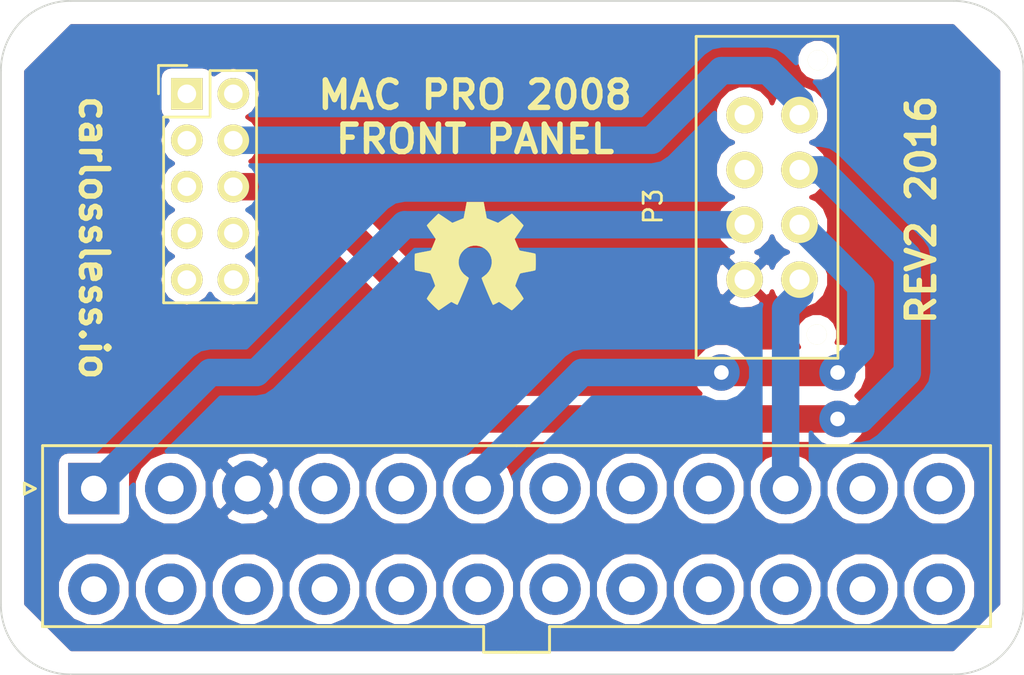
<source format=kicad_pcb>
(kicad_pcb (version 4) (host pcbnew 4.0.4-stable)

  (general
    (links 30)
    (no_connects 0)
    (area 167.589999 62.179999 223.570001 99.110001)
    (thickness 1.6)
    (drawings 11)
    (tracks 32)
    (zones 0)
    (modules 5)
    (nets 37)
  )

  (page A4)
  (layers
    (0 F.Cu signal)
    (31 B.Cu signal)
    (32 B.Adhes user)
    (33 F.Adhes user)
    (34 B.Paste user)
    (35 F.Paste user)
    (36 B.SilkS user)
    (37 F.SilkS user)
    (38 B.Mask user)
    (39 F.Mask user)
    (40 Dwgs.User user)
    (41 Cmts.User user)
    (42 Eco1.User user)
    (43 Eco2.User user)
    (44 Edge.Cuts user)
    (45 Margin user)
    (46 B.CrtYd user)
    (47 F.CrtYd user)
    (48 B.Fab user)
    (49 F.Fab user)
  )

  (setup
    (last_trace_width 1.5)
    (trace_clearance 0.2)
    (zone_clearance 0.508)
    (zone_45_only no)
    (trace_min 0.2)
    (segment_width 0.2)
    (edge_width 0.1)
    (via_size 2)
    (via_drill 0.8)
    (via_min_size 0.4)
    (via_min_drill 0.3)
    (uvia_size 0.3)
    (uvia_drill 0.1)
    (uvias_allowed no)
    (uvia_min_size 0.2)
    (uvia_min_drill 0.1)
    (pcb_text_width 0.3)
    (pcb_text_size 1.5 1.5)
    (mod_edge_width 0.15)
    (mod_text_size 1 1)
    (mod_text_width 0.15)
    (pad_size 2 2)
    (pad_drill 1.1)
    (pad_to_mask_clearance 0)
    (aux_axis_origin 0 0)
    (visible_elements FFFFFF7F)
    (pcbplotparams
      (layerselection 0x010f0_80000001)
      (usegerberextensions false)
      (excludeedgelayer true)
      (linewidth 0.100000)
      (plotframeref false)
      (viasonmask false)
      (mode 1)
      (useauxorigin false)
      (hpglpennumber 1)
      (hpglpenspeed 20)
      (hpglpendiameter 15)
      (hpglpenoverlay 2)
      (psnegative false)
      (psa4output false)
      (plotreference true)
      (plotvalue true)
      (plotinvisibletext false)
      (padsonsilk false)
      (subtractmaskfromsilk false)
      (outputformat 1)
      (mirror false)
      (drillshape 0)
      (scaleselection 1)
      (outputdirectory ""))
  )

  (net 0 "")
  (net 1 GND)
  (net 2 ATX10_12V)
  (net 3 ATX01_3.3V)
  (net 4 ATX06_5V)
  (net 5 MB_PW+)
  (net 6 MB_MSG-)
  (net 7 "Net-(P4-Pad1)")
  (net 8 "Net-(P4-Pad2)")
  (net 9 "Net-(P4-Pad3)")
  (net 10 "Net-(P4-Pad5)")
  (net 11 "Net-(P4-Pad7)")
  (net 12 "Net-(P4-Pad8)")
  (net 13 "Net-(P4-Pad9)")
  (net 14 "Net-(P4-Pad10)")
  (net 15 ATX02)
  (net 16 ATX04)
  (net 17 ATX_05)
  (net 18 ATX_07)
  (net 19 ATX08)
  (net 20 ATX_09)
  (net 21 ATX_11)
  (net 22 ATX12)
  (net 23 ATX_13)
  (net 24 ATX14)
  (net 25 ATX_15)
  (net 26 ATX16)
  (net 27 ATX_17)
  (net 28 ATX18)
  (net 29 ATX_19)
  (net 30 ATX20)
  (net 31 ATX_21)
  (net 32 ATX22)
  (net 33 ATX_23)
  (net 34 ATX24)
  (net 35 "Net-(P3-Pad3)")
  (net 36 "Net-(P3-Pad4)")

  (net_class Default "This is the default net class."
    (clearance 0.2)
    (trace_width 1.5)
    (via_dia 2)
    (via_drill 0.8)
    (uvia_dia 0.3)
    (uvia_drill 0.1)
    (add_net ATX01_3.3V)
    (add_net ATX02)
    (add_net ATX04)
    (add_net ATX06_5V)
    (add_net ATX08)
    (add_net ATX10_12V)
    (add_net ATX12)
    (add_net ATX14)
    (add_net ATX16)
    (add_net ATX18)
    (add_net ATX20)
    (add_net ATX22)
    (add_net ATX24)
    (add_net ATX_05)
    (add_net ATX_07)
    (add_net ATX_09)
    (add_net ATX_11)
    (add_net ATX_13)
    (add_net ATX_15)
    (add_net ATX_17)
    (add_net ATX_19)
    (add_net ATX_21)
    (add_net ATX_23)
    (add_net GND)
    (add_net MB_MSG-)
    (add_net MB_PW+)
    (add_net "Net-(P3-Pad3)")
    (add_net "Net-(P3-Pad4)")
    (add_net "Net-(P4-Pad1)")
    (add_net "Net-(P4-Pad10)")
    (add_net "Net-(P4-Pad2)")
    (add_net "Net-(P4-Pad3)")
    (add_net "Net-(P4-Pad5)")
    (add_net "Net-(P4-Pad7)")
    (add_net "Net-(P4-Pad8)")
    (add_net "Net-(P4-Pad9)")
  )

  (module Pin_Headers:Pin_Header_Straight_2x05 (layer F.Cu) (tedit 57E7EEB9) (tstamp 57E7E3D2)
    (at 177.8 67.31)
    (descr "Through hole pin header")
    (tags "pin header")
    (path /57E6E596)
    (fp_text reference P4 (at 0 -5.1) (layer F.SilkS) hide
      (effects (font (size 1 1) (thickness 0.15)))
    )
    (fp_text value CONN_02X05 (at 0 -3.1) (layer F.Fab)
      (effects (font (size 1 1) (thickness 0.15)))
    )
    (fp_line (start -1.75 -1.75) (end -1.75 11.95) (layer F.CrtYd) (width 0.05))
    (fp_line (start 4.3 -1.75) (end 4.3 11.95) (layer F.CrtYd) (width 0.05))
    (fp_line (start -1.75 -1.75) (end 4.3 -1.75) (layer F.CrtYd) (width 0.05))
    (fp_line (start -1.75 11.95) (end 4.3 11.95) (layer F.CrtYd) (width 0.05))
    (fp_line (start 3.81 -1.27) (end 3.81 11.43) (layer F.SilkS) (width 0.15))
    (fp_line (start 3.81 11.43) (end -1.27 11.43) (layer F.SilkS) (width 0.15))
    (fp_line (start -1.27 11.43) (end -1.27 1.27) (layer F.SilkS) (width 0.15))
    (fp_line (start 3.81 -1.27) (end 1.27 -1.27) (layer F.SilkS) (width 0.15))
    (fp_line (start 0 -1.55) (end -1.55 -1.55) (layer F.SilkS) (width 0.15))
    (fp_line (start 1.27 -1.27) (end 1.27 1.27) (layer F.SilkS) (width 0.15))
    (fp_line (start 1.27 1.27) (end -1.27 1.27) (layer F.SilkS) (width 0.15))
    (fp_line (start -1.55 -1.55) (end -1.55 0) (layer F.SilkS) (width 0.15))
    (pad 1 thru_hole rect (at 0 0) (size 1.7272 1.7272) (drill 1.016) (layers *.Cu *.Mask F.SilkS)
      (net 7 "Net-(P4-Pad1)"))
    (pad 2 thru_hole oval (at 2.54 0) (size 1.7272 1.7272) (drill 1.016) (layers *.Cu *.Mask F.SilkS)
      (net 8 "Net-(P4-Pad2)"))
    (pad 3 thru_hole oval (at 0 2.54) (size 1.7272 1.7272) (drill 1.016) (layers *.Cu *.Mask F.SilkS)
      (net 9 "Net-(P4-Pad3)"))
    (pad 4 thru_hole oval (at 2.54 2.54) (size 1.7272 1.7272) (drill 1.016) (layers *.Cu *.Mask F.SilkS)
      (net 6 MB_MSG-))
    (pad 5 thru_hole oval (at 0 5.08) (size 1.7272 1.7272) (drill 1.016) (layers *.Cu *.Mask F.SilkS)
      (net 10 "Net-(P4-Pad5)"))
    (pad 6 thru_hole oval (at 2.54 5.08) (size 1.7272 1.7272) (drill 1.016) (layers *.Cu *.Mask F.SilkS)
      (net 5 MB_PW+))
    (pad 7 thru_hole oval (at 0 7.62) (size 1.7272 1.7272) (drill 1.016) (layers *.Cu *.Mask F.SilkS)
      (net 11 "Net-(P4-Pad7)"))
    (pad 8 thru_hole oval (at 2.54 7.62) (size 1.7272 1.7272) (drill 1.016) (layers *.Cu *.Mask F.SilkS)
      (net 12 "Net-(P4-Pad8)"))
    (pad 9 thru_hole oval (at 0 10.16) (size 1.7272 1.7272) (drill 1.016) (layers *.Cu *.Mask F.SilkS)
      (net 13 "Net-(P4-Pad9)"))
    (pad 10 thru_hole oval (at 2.54 10.16) (size 1.7272 1.7272) (drill 1.016) (layers *.Cu *.Mask F.SilkS)
      (net 14 "Net-(P4-Pad10)"))
    (model Pin_Headers.3dshapes/Pin_Header_Straight_2x05.wrl
      (at (xyz 0.05 -0.2 0))
      (scale (xyz 1 1 1))
      (rotate (xyz 0 0 90))
    )
  )

  (module Connectors_Molex:Molex_MiniFit-JR-5556-24A_2x12x4.20mm_Straight (layer F.Cu) (tedit 57E7EF03) (tstamp 57E7E409)
    (at 172.72 88.9)
    (descr "Molex Mini-Fit JR, PN:5556-24A, dual row, top entry type, through hole")
    (tags "connector molex mini-fit 5556")
    (path /57E6FC79)
    (fp_text reference P7 (at 23.1 10) (layer F.SilkS) hide
      (effects (font (size 1 1) (thickness 0.15)))
    )
    (fp_text value CONN_02X12 (at 23.1 -4) (layer F.Fab)
      (effects (font (size 1 1) (thickness 0.15)))
    )
    (fp_line (start -2.7 -2.25) (end -2.7 7.45) (layer F.Fab) (width 0.05))
    (fp_line (start -2.7 7.45) (end 48.9 7.45) (layer F.Fab) (width 0.05))
    (fp_line (start 48.9 7.45) (end 48.9 -2.25) (layer F.Fab) (width 0.05))
    (fp_line (start 48.9 -2.25) (end -2.7 -2.25) (layer F.Fab) (width 0.05))
    (fp_line (start 21.4 7.45) (end 21.4 8.85) (layer F.Fab) (width 0.05))
    (fp_line (start 21.4 8.85) (end 24.8 8.85) (layer F.Fab) (width 0.05))
    (fp_line (start 24.8 8.85) (end 24.8 7.45) (layer F.Fab) (width 0.05))
    (fp_line (start -1.75 -1.75) (end -1.75 1.75) (layer F.Fab) (width 0.05))
    (fp_line (start -1.75 1.75) (end 1.75 1.75) (layer F.Fab) (width 0.05))
    (fp_line (start 1.75 1.75) (end 1.75 -1.75) (layer F.Fab) (width 0.05))
    (fp_line (start 1.75 -1.75) (end -1.75 -1.75) (layer F.Fab) (width 0.05))
    (fp_line (start -1.75 7.25) (end -1.75 4.625) (layer F.Fab) (width 0.05))
    (fp_line (start -1.75 4.625) (end -0.875 3.75) (layer F.Fab) (width 0.05))
    (fp_line (start -0.875 3.75) (end 0.875 3.75) (layer F.Fab) (width 0.05))
    (fp_line (start 0.875 3.75) (end 1.75 4.625) (layer F.Fab) (width 0.05))
    (fp_line (start 1.75 4.625) (end 1.75 7.25) (layer F.Fab) (width 0.05))
    (fp_line (start 1.75 7.25) (end -1.75 7.25) (layer F.Fab) (width 0.05))
    (fp_line (start 2.45 3.75) (end 2.45 7.25) (layer F.Fab) (width 0.05))
    (fp_line (start 2.45 7.25) (end 5.95 7.25) (layer F.Fab) (width 0.05))
    (fp_line (start 5.95 7.25) (end 5.95 3.75) (layer F.Fab) (width 0.05))
    (fp_line (start 5.95 3.75) (end 2.45 3.75) (layer F.Fab) (width 0.05))
    (fp_line (start 2.45 1.75) (end 2.45 -0.875) (layer F.Fab) (width 0.05))
    (fp_line (start 2.45 -0.875) (end 3.325 -1.75) (layer F.Fab) (width 0.05))
    (fp_line (start 3.325 -1.75) (end 5.075 -1.75) (layer F.Fab) (width 0.05))
    (fp_line (start 5.075 -1.75) (end 5.95 -0.875) (layer F.Fab) (width 0.05))
    (fp_line (start 5.95 -0.875) (end 5.95 1.75) (layer F.Fab) (width 0.05))
    (fp_line (start 5.95 1.75) (end 2.45 1.75) (layer F.Fab) (width 0.05))
    (fp_line (start 6.65 3.75) (end 6.65 7.25) (layer F.Fab) (width 0.05))
    (fp_line (start 6.65 7.25) (end 10.15 7.25) (layer F.Fab) (width 0.05))
    (fp_line (start 10.15 7.25) (end 10.15 3.75) (layer F.Fab) (width 0.05))
    (fp_line (start 10.15 3.75) (end 6.65 3.75) (layer F.Fab) (width 0.05))
    (fp_line (start 6.65 1.75) (end 6.65 -0.875) (layer F.Fab) (width 0.05))
    (fp_line (start 6.65 -0.875) (end 7.525 -1.75) (layer F.Fab) (width 0.05))
    (fp_line (start 7.525 -1.75) (end 9.275 -1.75) (layer F.Fab) (width 0.05))
    (fp_line (start 9.275 -1.75) (end 10.15 -0.875) (layer F.Fab) (width 0.05))
    (fp_line (start 10.15 -0.875) (end 10.15 1.75) (layer F.Fab) (width 0.05))
    (fp_line (start 10.15 1.75) (end 6.65 1.75) (layer F.Fab) (width 0.05))
    (fp_line (start 10.85 -1.75) (end 10.85 1.75) (layer F.Fab) (width 0.05))
    (fp_line (start 10.85 1.75) (end 14.35 1.75) (layer F.Fab) (width 0.05))
    (fp_line (start 14.35 1.75) (end 14.35 -1.75) (layer F.Fab) (width 0.05))
    (fp_line (start 14.35 -1.75) (end 10.85 -1.75) (layer F.Fab) (width 0.05))
    (fp_line (start 10.85 7.25) (end 10.85 4.625) (layer F.Fab) (width 0.05))
    (fp_line (start 10.85 4.625) (end 11.725 3.75) (layer F.Fab) (width 0.05))
    (fp_line (start 11.725 3.75) (end 13.475 3.75) (layer F.Fab) (width 0.05))
    (fp_line (start 13.475 3.75) (end 14.35 4.625) (layer F.Fab) (width 0.05))
    (fp_line (start 14.35 4.625) (end 14.35 7.25) (layer F.Fab) (width 0.05))
    (fp_line (start 14.35 7.25) (end 10.85 7.25) (layer F.Fab) (width 0.05))
    (fp_line (start 15.05 -1.75) (end 15.05 1.75) (layer F.Fab) (width 0.05))
    (fp_line (start 15.05 1.75) (end 18.55 1.75) (layer F.Fab) (width 0.05))
    (fp_line (start 18.55 1.75) (end 18.55 -1.75) (layer F.Fab) (width 0.05))
    (fp_line (start 18.55 -1.75) (end 15.05 -1.75) (layer F.Fab) (width 0.05))
    (fp_line (start 15.05 7.25) (end 15.05 4.625) (layer F.Fab) (width 0.05))
    (fp_line (start 15.05 4.625) (end 15.925 3.75) (layer F.Fab) (width 0.05))
    (fp_line (start 15.925 3.75) (end 17.675 3.75) (layer F.Fab) (width 0.05))
    (fp_line (start 17.675 3.75) (end 18.55 4.625) (layer F.Fab) (width 0.05))
    (fp_line (start 18.55 4.625) (end 18.55 7.25) (layer F.Fab) (width 0.05))
    (fp_line (start 18.55 7.25) (end 15.05 7.25) (layer F.Fab) (width 0.05))
    (fp_line (start 19.25 3.75) (end 19.25 7.25) (layer F.Fab) (width 0.05))
    (fp_line (start 19.25 7.25) (end 22.75 7.25) (layer F.Fab) (width 0.05))
    (fp_line (start 22.75 7.25) (end 22.75 3.75) (layer F.Fab) (width 0.05))
    (fp_line (start 22.75 3.75) (end 19.25 3.75) (layer F.Fab) (width 0.05))
    (fp_line (start 19.25 1.75) (end 19.25 -0.875) (layer F.Fab) (width 0.05))
    (fp_line (start 19.25 -0.875) (end 20.125 -1.75) (layer F.Fab) (width 0.05))
    (fp_line (start 20.125 -1.75) (end 21.875 -1.75) (layer F.Fab) (width 0.05))
    (fp_line (start 21.875 -1.75) (end 22.75 -0.875) (layer F.Fab) (width 0.05))
    (fp_line (start 22.75 -0.875) (end 22.75 1.75) (layer F.Fab) (width 0.05))
    (fp_line (start 22.75 1.75) (end 19.25 1.75) (layer F.Fab) (width 0.05))
    (fp_line (start 23.45 3.75) (end 23.45 7.25) (layer F.Fab) (width 0.05))
    (fp_line (start 23.45 7.25) (end 26.95 7.25) (layer F.Fab) (width 0.05))
    (fp_line (start 26.95 7.25) (end 26.95 3.75) (layer F.Fab) (width 0.05))
    (fp_line (start 26.95 3.75) (end 23.45 3.75) (layer F.Fab) (width 0.05))
    (fp_line (start 23.45 1.75) (end 23.45 -0.875) (layer F.Fab) (width 0.05))
    (fp_line (start 23.45 -0.875) (end 24.325 -1.75) (layer F.Fab) (width 0.05))
    (fp_line (start 24.325 -1.75) (end 26.075 -1.75) (layer F.Fab) (width 0.05))
    (fp_line (start 26.075 -1.75) (end 26.95 -0.875) (layer F.Fab) (width 0.05))
    (fp_line (start 26.95 -0.875) (end 26.95 1.75) (layer F.Fab) (width 0.05))
    (fp_line (start 26.95 1.75) (end 23.45 1.75) (layer F.Fab) (width 0.05))
    (fp_line (start 27.65 -1.75) (end 27.65 1.75) (layer F.Fab) (width 0.05))
    (fp_line (start 27.65 1.75) (end 31.15 1.75) (layer F.Fab) (width 0.05))
    (fp_line (start 31.15 1.75) (end 31.15 -1.75) (layer F.Fab) (width 0.05))
    (fp_line (start 31.15 -1.75) (end 27.65 -1.75) (layer F.Fab) (width 0.05))
    (fp_line (start 27.65 7.25) (end 27.65 4.625) (layer F.Fab) (width 0.05))
    (fp_line (start 27.65 4.625) (end 28.525 3.75) (layer F.Fab) (width 0.05))
    (fp_line (start 28.525 3.75) (end 30.275 3.75) (layer F.Fab) (width 0.05))
    (fp_line (start 30.275 3.75) (end 31.15 4.625) (layer F.Fab) (width 0.05))
    (fp_line (start 31.15 4.625) (end 31.15 7.25) (layer F.Fab) (width 0.05))
    (fp_line (start 31.15 7.25) (end 27.65 7.25) (layer F.Fab) (width 0.05))
    (fp_line (start 31.85 -1.75) (end 31.85 1.75) (layer F.Fab) (width 0.05))
    (fp_line (start 31.85 1.75) (end 35.35 1.75) (layer F.Fab) (width 0.05))
    (fp_line (start 35.35 1.75) (end 35.35 -1.75) (layer F.Fab) (width 0.05))
    (fp_line (start 35.35 -1.75) (end 31.85 -1.75) (layer F.Fab) (width 0.05))
    (fp_line (start 31.85 7.25) (end 31.85 4.625) (layer F.Fab) (width 0.05))
    (fp_line (start 31.85 4.625) (end 32.725 3.75) (layer F.Fab) (width 0.05))
    (fp_line (start 32.725 3.75) (end 34.475 3.75) (layer F.Fab) (width 0.05))
    (fp_line (start 34.475 3.75) (end 35.35 4.625) (layer F.Fab) (width 0.05))
    (fp_line (start 35.35 4.625) (end 35.35 7.25) (layer F.Fab) (width 0.05))
    (fp_line (start 35.35 7.25) (end 31.85 7.25) (layer F.Fab) (width 0.05))
    (fp_line (start 36.05 3.75) (end 36.05 7.25) (layer F.Fab) (width 0.05))
    (fp_line (start 36.05 7.25) (end 39.55 7.25) (layer F.Fab) (width 0.05))
    (fp_line (start 39.55 7.25) (end 39.55 3.75) (layer F.Fab) (width 0.05))
    (fp_line (start 39.55 3.75) (end 36.05 3.75) (layer F.Fab) (width 0.05))
    (fp_line (start 36.05 1.75) (end 36.05 -0.875) (layer F.Fab) (width 0.05))
    (fp_line (start 36.05 -0.875) (end 36.925 -1.75) (layer F.Fab) (width 0.05))
    (fp_line (start 36.925 -1.75) (end 38.675 -1.75) (layer F.Fab) (width 0.05))
    (fp_line (start 38.675 -1.75) (end 39.55 -0.875) (layer F.Fab) (width 0.05))
    (fp_line (start 39.55 -0.875) (end 39.55 1.75) (layer F.Fab) (width 0.05))
    (fp_line (start 39.55 1.75) (end 36.05 1.75) (layer F.Fab) (width 0.05))
    (fp_line (start 40.25 3.75) (end 40.25 7.25) (layer F.Fab) (width 0.05))
    (fp_line (start 40.25 7.25) (end 43.75 7.25) (layer F.Fab) (width 0.05))
    (fp_line (start 43.75 7.25) (end 43.75 3.75) (layer F.Fab) (width 0.05))
    (fp_line (start 43.75 3.75) (end 40.25 3.75) (layer F.Fab) (width 0.05))
    (fp_line (start 40.25 1.75) (end 40.25 -0.875) (layer F.Fab) (width 0.05))
    (fp_line (start 40.25 -0.875) (end 41.125 -1.75) (layer F.Fab) (width 0.05))
    (fp_line (start 41.125 -1.75) (end 42.875 -1.75) (layer F.Fab) (width 0.05))
    (fp_line (start 42.875 -1.75) (end 43.75 -0.875) (layer F.Fab) (width 0.05))
    (fp_line (start 43.75 -0.875) (end 43.75 1.75) (layer F.Fab) (width 0.05))
    (fp_line (start 43.75 1.75) (end 40.25 1.75) (layer F.Fab) (width 0.05))
    (fp_line (start 44.45 -1.75) (end 44.45 1.75) (layer F.Fab) (width 0.05))
    (fp_line (start 44.45 1.75) (end 47.95 1.75) (layer F.Fab) (width 0.05))
    (fp_line (start 47.95 1.75) (end 47.95 -1.75) (layer F.Fab) (width 0.05))
    (fp_line (start 47.95 -1.75) (end 44.45 -1.75) (layer F.Fab) (width 0.05))
    (fp_line (start 44.45 7.25) (end 44.45 4.625) (layer F.Fab) (width 0.05))
    (fp_line (start 44.45 4.625) (end 45.325 3.75) (layer F.Fab) (width 0.05))
    (fp_line (start 45.325 3.75) (end 47.075 3.75) (layer F.Fab) (width 0.05))
    (fp_line (start 47.075 3.75) (end 47.95 4.625) (layer F.Fab) (width 0.05))
    (fp_line (start 47.95 4.625) (end 47.95 7.25) (layer F.Fab) (width 0.05))
    (fp_line (start 47.95 7.25) (end 44.45 7.25) (layer F.Fab) (width 0.05))
    (fp_line (start 23.1 -2.35) (end -2.8 -2.35) (layer F.SilkS) (width 0.15))
    (fp_line (start -2.8 -2.35) (end -2.8 7.55) (layer F.SilkS) (width 0.15))
    (fp_line (start -2.8 7.55) (end 21.3 7.55) (layer F.SilkS) (width 0.15))
    (fp_line (start 21.3 7.55) (end 21.3 8.95) (layer F.SilkS) (width 0.15))
    (fp_line (start 21.3 8.95) (end 23.1 8.95) (layer F.SilkS) (width 0.15))
    (fp_line (start 23.1 -2.35) (end 49 -2.35) (layer F.SilkS) (width 0.15))
    (fp_line (start 49 -2.35) (end 49 7.55) (layer F.SilkS) (width 0.15))
    (fp_line (start 49 7.55) (end 24.9 7.55) (layer F.SilkS) (width 0.15))
    (fp_line (start 24.9 7.55) (end 24.9 8.95) (layer F.SilkS) (width 0.15))
    (fp_line (start 24.9 8.95) (end 23.1 8.95) (layer F.SilkS) (width 0.15))
    (fp_line (start -3.2 0) (end -3.8 0.3) (layer F.SilkS) (width 0.15))
    (fp_line (start -3.8 0.3) (end -3.8 -0.3) (layer F.SilkS) (width 0.15))
    (fp_line (start -3.8 -0.3) (end -3.2 0) (layer F.SilkS) (width 0.15))
    (fp_line (start -3.2 -2.75) (end -3.2 9.3) (layer F.CrtYd) (width 0.05))
    (fp_line (start -3.2 9.3) (end 49.4 9.3) (layer F.CrtYd) (width 0.05))
    (fp_line (start 49.4 9.3) (end 49.4 -2.75) (layer F.CrtYd) (width 0.05))
    (fp_line (start 49.4 -2.75) (end -3.2 -2.75) (layer F.CrtYd) (width 0.05))
    (pad 1 thru_hole rect (at 0 0) (size 2.8 2.8) (drill 1.4) (layers *.Cu *.Mask)
      (net 3 ATX01_3.3V))
    (pad 2 thru_hole circle (at 4.2 0) (size 2.8 2.8) (drill 1.4) (layers *.Cu *.Mask)
      (net 15 ATX02))
    (pad 3 thru_hole circle (at 8.4 0) (size 2.8 2.8) (drill 1.4) (layers *.Cu *.Mask)
      (net 1 GND))
    (pad 4 thru_hole circle (at 12.6 0) (size 2.8 2.8) (drill 1.4) (layers *.Cu *.Mask)
      (net 16 ATX04))
    (pad 5 thru_hole circle (at 16.8 0) (size 2.8 2.8) (drill 1.4) (layers *.Cu *.Mask)
      (net 17 ATX_05))
    (pad 6 thru_hole circle (at 21 0) (size 2.8 2.8) (drill 1.4) (layers *.Cu *.Mask)
      (net 4 ATX06_5V))
    (pad 7 thru_hole circle (at 25.2 0) (size 2.8 2.8) (drill 1.4) (layers *.Cu *.Mask)
      (net 18 ATX_07))
    (pad 8 thru_hole circle (at 29.4 0) (size 2.8 2.8) (drill 1.4) (layers *.Cu *.Mask)
      (net 19 ATX08))
    (pad 9 thru_hole circle (at 33.6 0) (size 2.8 2.8) (drill 1.4) (layers *.Cu *.Mask)
      (net 20 ATX_09))
    (pad 10 thru_hole circle (at 37.8 0) (size 2.8 2.8) (drill 1.4) (layers *.Cu *.Mask)
      (net 2 ATX10_12V))
    (pad 11 thru_hole circle (at 42 0) (size 2.8 2.8) (drill 1.4) (layers *.Cu *.Mask)
      (net 21 ATX_11))
    (pad 12 thru_hole circle (at 46.2 0) (size 2.8 2.8) (drill 1.4) (layers *.Cu *.Mask)
      (net 22 ATX12))
    (pad 13 thru_hole circle (at 0 5.5) (size 2.8 2.8) (drill 1.4) (layers *.Cu *.Mask)
      (net 23 ATX_13))
    (pad 14 thru_hole circle (at 4.2 5.5) (size 2.8 2.8) (drill 1.4) (layers *.Cu *.Mask)
      (net 24 ATX14))
    (pad 15 thru_hole circle (at 8.4 5.5) (size 2.8 2.8) (drill 1.4) (layers *.Cu *.Mask)
      (net 25 ATX_15))
    (pad 16 thru_hole circle (at 12.6 5.5) (size 2.8 2.8) (drill 1.4) (layers *.Cu *.Mask)
      (net 26 ATX16))
    (pad 17 thru_hole circle (at 16.8 5.5) (size 2.8 2.8) (drill 1.4) (layers *.Cu *.Mask)
      (net 27 ATX_17))
    (pad 18 thru_hole circle (at 21 5.5) (size 2.8 2.8) (drill 1.4) (layers *.Cu *.Mask)
      (net 28 ATX18))
    (pad 19 thru_hole circle (at 25.2 5.5) (size 2.8 2.8) (drill 1.4) (layers *.Cu *.Mask)
      (net 29 ATX_19))
    (pad 20 thru_hole circle (at 29.4 5.5) (size 2.8 2.8) (drill 1.4) (layers *.Cu *.Mask)
      (net 30 ATX20))
    (pad 21 thru_hole circle (at 33.6 5.5) (size 2.8 2.8) (drill 1.4) (layers *.Cu *.Mask)
      (net 31 ATX_21))
    (pad 22 thru_hole circle (at 37.8 5.5) (size 2.8 2.8) (drill 1.4) (layers *.Cu *.Mask)
      (net 32 ATX22))
    (pad 23 thru_hole circle (at 42 5.5) (size 2.8 2.8) (drill 1.4) (layers *.Cu *.Mask)
      (net 33 ATX_23))
    (pad 24 thru_hole circle (at 46.2 5.5) (size 2.8 2.8) (drill 1.4) (layers *.Cu *.Mask)
      (net 34 ATX24))
    (model Connectors_Molex.3dshapes/Molex_MiniFit-JR-5556-24A_2x12x4.20mm_Straight.wrl
      (at (xyz 0 0 0))
      (scale (xyz 1 1 1))
      (rotate (xyz 0 0 0))
    )
  )

  (module Connectors_Molex:Molex_MiniFit-JR-5556-24A_2x12x4.20mm_Straight (layer F.Cu) (tedit 57E7EED5) (tstamp 57E7E425)
    (at 172.72 88.9)
    (descr "Molex Mini-Fit JR, PN:5556-24A, dual row, top entry type, through hole")
    (tags "connector molex mini-fit 5556")
    (path /57E6E552)
    (fp_text reference P8 (at 23.1 10) (layer F.SilkS) hide
      (effects (font (size 1 1) (thickness 0.15)))
    )
    (fp_text value CONN_02X12 (at 23.1 -4) (layer F.Fab)
      (effects (font (size 1 1) (thickness 0.15)))
    )
    (fp_line (start -2.7 -2.25) (end -2.7 7.45) (layer F.Fab) (width 0.05))
    (fp_line (start -2.7 7.45) (end 48.9 7.45) (layer F.Fab) (width 0.05))
    (fp_line (start 48.9 7.45) (end 48.9 -2.25) (layer F.Fab) (width 0.05))
    (fp_line (start 48.9 -2.25) (end -2.7 -2.25) (layer F.Fab) (width 0.05))
    (fp_line (start 21.4 7.45) (end 21.4 8.85) (layer F.Fab) (width 0.05))
    (fp_line (start 21.4 8.85) (end 24.8 8.85) (layer F.Fab) (width 0.05))
    (fp_line (start 24.8 8.85) (end 24.8 7.45) (layer F.Fab) (width 0.05))
    (fp_line (start -1.75 -1.75) (end -1.75 1.75) (layer F.Fab) (width 0.05))
    (fp_line (start -1.75 1.75) (end 1.75 1.75) (layer F.Fab) (width 0.05))
    (fp_line (start 1.75 1.75) (end 1.75 -1.75) (layer F.Fab) (width 0.05))
    (fp_line (start 1.75 -1.75) (end -1.75 -1.75) (layer F.Fab) (width 0.05))
    (fp_line (start -1.75 7.25) (end -1.75 4.625) (layer F.Fab) (width 0.05))
    (fp_line (start -1.75 4.625) (end -0.875 3.75) (layer F.Fab) (width 0.05))
    (fp_line (start -0.875 3.75) (end 0.875 3.75) (layer F.Fab) (width 0.05))
    (fp_line (start 0.875 3.75) (end 1.75 4.625) (layer F.Fab) (width 0.05))
    (fp_line (start 1.75 4.625) (end 1.75 7.25) (layer F.Fab) (width 0.05))
    (fp_line (start 1.75 7.25) (end -1.75 7.25) (layer F.Fab) (width 0.05))
    (fp_line (start 2.45 3.75) (end 2.45 7.25) (layer F.Fab) (width 0.05))
    (fp_line (start 2.45 7.25) (end 5.95 7.25) (layer F.Fab) (width 0.05))
    (fp_line (start 5.95 7.25) (end 5.95 3.75) (layer F.Fab) (width 0.05))
    (fp_line (start 5.95 3.75) (end 2.45 3.75) (layer F.Fab) (width 0.05))
    (fp_line (start 2.45 1.75) (end 2.45 -0.875) (layer F.Fab) (width 0.05))
    (fp_line (start 2.45 -0.875) (end 3.325 -1.75) (layer F.Fab) (width 0.05))
    (fp_line (start 3.325 -1.75) (end 5.075 -1.75) (layer F.Fab) (width 0.05))
    (fp_line (start 5.075 -1.75) (end 5.95 -0.875) (layer F.Fab) (width 0.05))
    (fp_line (start 5.95 -0.875) (end 5.95 1.75) (layer F.Fab) (width 0.05))
    (fp_line (start 5.95 1.75) (end 2.45 1.75) (layer F.Fab) (width 0.05))
    (fp_line (start 6.65 3.75) (end 6.65 7.25) (layer F.Fab) (width 0.05))
    (fp_line (start 6.65 7.25) (end 10.15 7.25) (layer F.Fab) (width 0.05))
    (fp_line (start 10.15 7.25) (end 10.15 3.75) (layer F.Fab) (width 0.05))
    (fp_line (start 10.15 3.75) (end 6.65 3.75) (layer F.Fab) (width 0.05))
    (fp_line (start 6.65 1.75) (end 6.65 -0.875) (layer F.Fab) (width 0.05))
    (fp_line (start 6.65 -0.875) (end 7.525 -1.75) (layer F.Fab) (width 0.05))
    (fp_line (start 7.525 -1.75) (end 9.275 -1.75) (layer F.Fab) (width 0.05))
    (fp_line (start 9.275 -1.75) (end 10.15 -0.875) (layer F.Fab) (width 0.05))
    (fp_line (start 10.15 -0.875) (end 10.15 1.75) (layer F.Fab) (width 0.05))
    (fp_line (start 10.15 1.75) (end 6.65 1.75) (layer F.Fab) (width 0.05))
    (fp_line (start 10.85 -1.75) (end 10.85 1.75) (layer F.Fab) (width 0.05))
    (fp_line (start 10.85 1.75) (end 14.35 1.75) (layer F.Fab) (width 0.05))
    (fp_line (start 14.35 1.75) (end 14.35 -1.75) (layer F.Fab) (width 0.05))
    (fp_line (start 14.35 -1.75) (end 10.85 -1.75) (layer F.Fab) (width 0.05))
    (fp_line (start 10.85 7.25) (end 10.85 4.625) (layer F.Fab) (width 0.05))
    (fp_line (start 10.85 4.625) (end 11.725 3.75) (layer F.Fab) (width 0.05))
    (fp_line (start 11.725 3.75) (end 13.475 3.75) (layer F.Fab) (width 0.05))
    (fp_line (start 13.475 3.75) (end 14.35 4.625) (layer F.Fab) (width 0.05))
    (fp_line (start 14.35 4.625) (end 14.35 7.25) (layer F.Fab) (width 0.05))
    (fp_line (start 14.35 7.25) (end 10.85 7.25) (layer F.Fab) (width 0.05))
    (fp_line (start 15.05 -1.75) (end 15.05 1.75) (layer F.Fab) (width 0.05))
    (fp_line (start 15.05 1.75) (end 18.55 1.75) (layer F.Fab) (width 0.05))
    (fp_line (start 18.55 1.75) (end 18.55 -1.75) (layer F.Fab) (width 0.05))
    (fp_line (start 18.55 -1.75) (end 15.05 -1.75) (layer F.Fab) (width 0.05))
    (fp_line (start 15.05 7.25) (end 15.05 4.625) (layer F.Fab) (width 0.05))
    (fp_line (start 15.05 4.625) (end 15.925 3.75) (layer F.Fab) (width 0.05))
    (fp_line (start 15.925 3.75) (end 17.675 3.75) (layer F.Fab) (width 0.05))
    (fp_line (start 17.675 3.75) (end 18.55 4.625) (layer F.Fab) (width 0.05))
    (fp_line (start 18.55 4.625) (end 18.55 7.25) (layer F.Fab) (width 0.05))
    (fp_line (start 18.55 7.25) (end 15.05 7.25) (layer F.Fab) (width 0.05))
    (fp_line (start 19.25 3.75) (end 19.25 7.25) (layer F.Fab) (width 0.05))
    (fp_line (start 19.25 7.25) (end 22.75 7.25) (layer F.Fab) (width 0.05))
    (fp_line (start 22.75 7.25) (end 22.75 3.75) (layer F.Fab) (width 0.05))
    (fp_line (start 22.75 3.75) (end 19.25 3.75) (layer F.Fab) (width 0.05))
    (fp_line (start 19.25 1.75) (end 19.25 -0.875) (layer F.Fab) (width 0.05))
    (fp_line (start 19.25 -0.875) (end 20.125 -1.75) (layer F.Fab) (width 0.05))
    (fp_line (start 20.125 -1.75) (end 21.875 -1.75) (layer F.Fab) (width 0.05))
    (fp_line (start 21.875 -1.75) (end 22.75 -0.875) (layer F.Fab) (width 0.05))
    (fp_line (start 22.75 -0.875) (end 22.75 1.75) (layer F.Fab) (width 0.05))
    (fp_line (start 22.75 1.75) (end 19.25 1.75) (layer F.Fab) (width 0.05))
    (fp_line (start 23.45 3.75) (end 23.45 7.25) (layer F.Fab) (width 0.05))
    (fp_line (start 23.45 7.25) (end 26.95 7.25) (layer F.Fab) (width 0.05))
    (fp_line (start 26.95 7.25) (end 26.95 3.75) (layer F.Fab) (width 0.05))
    (fp_line (start 26.95 3.75) (end 23.45 3.75) (layer F.Fab) (width 0.05))
    (fp_line (start 23.45 1.75) (end 23.45 -0.875) (layer F.Fab) (width 0.05))
    (fp_line (start 23.45 -0.875) (end 24.325 -1.75) (layer F.Fab) (width 0.05))
    (fp_line (start 24.325 -1.75) (end 26.075 -1.75) (layer F.Fab) (width 0.05))
    (fp_line (start 26.075 -1.75) (end 26.95 -0.875) (layer F.Fab) (width 0.05))
    (fp_line (start 26.95 -0.875) (end 26.95 1.75) (layer F.Fab) (width 0.05))
    (fp_line (start 26.95 1.75) (end 23.45 1.75) (layer F.Fab) (width 0.05))
    (fp_line (start 27.65 -1.75) (end 27.65 1.75) (layer F.Fab) (width 0.05))
    (fp_line (start 27.65 1.75) (end 31.15 1.75) (layer F.Fab) (width 0.05))
    (fp_line (start 31.15 1.75) (end 31.15 -1.75) (layer F.Fab) (width 0.05))
    (fp_line (start 31.15 -1.75) (end 27.65 -1.75) (layer F.Fab) (width 0.05))
    (fp_line (start 27.65 7.25) (end 27.65 4.625) (layer F.Fab) (width 0.05))
    (fp_line (start 27.65 4.625) (end 28.525 3.75) (layer F.Fab) (width 0.05))
    (fp_line (start 28.525 3.75) (end 30.275 3.75) (layer F.Fab) (width 0.05))
    (fp_line (start 30.275 3.75) (end 31.15 4.625) (layer F.Fab) (width 0.05))
    (fp_line (start 31.15 4.625) (end 31.15 7.25) (layer F.Fab) (width 0.05))
    (fp_line (start 31.15 7.25) (end 27.65 7.25) (layer F.Fab) (width 0.05))
    (fp_line (start 31.85 -1.75) (end 31.85 1.75) (layer F.Fab) (width 0.05))
    (fp_line (start 31.85 1.75) (end 35.35 1.75) (layer F.Fab) (width 0.05))
    (fp_line (start 35.35 1.75) (end 35.35 -1.75) (layer F.Fab) (width 0.05))
    (fp_line (start 35.35 -1.75) (end 31.85 -1.75) (layer F.Fab) (width 0.05))
    (fp_line (start 31.85 7.25) (end 31.85 4.625) (layer F.Fab) (width 0.05))
    (fp_line (start 31.85 4.625) (end 32.725 3.75) (layer F.Fab) (width 0.05))
    (fp_line (start 32.725 3.75) (end 34.475 3.75) (layer F.Fab) (width 0.05))
    (fp_line (start 34.475 3.75) (end 35.35 4.625) (layer F.Fab) (width 0.05))
    (fp_line (start 35.35 4.625) (end 35.35 7.25) (layer F.Fab) (width 0.05))
    (fp_line (start 35.35 7.25) (end 31.85 7.25) (layer F.Fab) (width 0.05))
    (fp_line (start 36.05 3.75) (end 36.05 7.25) (layer F.Fab) (width 0.05))
    (fp_line (start 36.05 7.25) (end 39.55 7.25) (layer F.Fab) (width 0.05))
    (fp_line (start 39.55 7.25) (end 39.55 3.75) (layer F.Fab) (width 0.05))
    (fp_line (start 39.55 3.75) (end 36.05 3.75) (layer F.Fab) (width 0.05))
    (fp_line (start 36.05 1.75) (end 36.05 -0.875) (layer F.Fab) (width 0.05))
    (fp_line (start 36.05 -0.875) (end 36.925 -1.75) (layer F.Fab) (width 0.05))
    (fp_line (start 36.925 -1.75) (end 38.675 -1.75) (layer F.Fab) (width 0.05))
    (fp_line (start 38.675 -1.75) (end 39.55 -0.875) (layer F.Fab) (width 0.05))
    (fp_line (start 39.55 -0.875) (end 39.55 1.75) (layer F.Fab) (width 0.05))
    (fp_line (start 39.55 1.75) (end 36.05 1.75) (layer F.Fab) (width 0.05))
    (fp_line (start 40.25 3.75) (end 40.25 7.25) (layer F.Fab) (width 0.05))
    (fp_line (start 40.25 7.25) (end 43.75 7.25) (layer F.Fab) (width 0.05))
    (fp_line (start 43.75 7.25) (end 43.75 3.75) (layer F.Fab) (width 0.05))
    (fp_line (start 43.75 3.75) (end 40.25 3.75) (layer F.Fab) (width 0.05))
    (fp_line (start 40.25 1.75) (end 40.25 -0.875) (layer F.Fab) (width 0.05))
    (fp_line (start 40.25 -0.875) (end 41.125 -1.75) (layer F.Fab) (width 0.05))
    (fp_line (start 41.125 -1.75) (end 42.875 -1.75) (layer F.Fab) (width 0.05))
    (fp_line (start 42.875 -1.75) (end 43.75 -0.875) (layer F.Fab) (width 0.05))
    (fp_line (start 43.75 -0.875) (end 43.75 1.75) (layer F.Fab) (width 0.05))
    (fp_line (start 43.75 1.75) (end 40.25 1.75) (layer F.Fab) (width 0.05))
    (fp_line (start 44.45 -1.75) (end 44.45 1.75) (layer F.Fab) (width 0.05))
    (fp_line (start 44.45 1.75) (end 47.95 1.75) (layer F.Fab) (width 0.05))
    (fp_line (start 47.95 1.75) (end 47.95 -1.75) (layer F.Fab) (width 0.05))
    (fp_line (start 47.95 -1.75) (end 44.45 -1.75) (layer F.Fab) (width 0.05))
    (fp_line (start 44.45 7.25) (end 44.45 4.625) (layer F.Fab) (width 0.05))
    (fp_line (start 44.45 4.625) (end 45.325 3.75) (layer F.Fab) (width 0.05))
    (fp_line (start 45.325 3.75) (end 47.075 3.75) (layer F.Fab) (width 0.05))
    (fp_line (start 47.075 3.75) (end 47.95 4.625) (layer F.Fab) (width 0.05))
    (fp_line (start 47.95 4.625) (end 47.95 7.25) (layer F.Fab) (width 0.05))
    (fp_line (start 47.95 7.25) (end 44.45 7.25) (layer F.Fab) (width 0.05))
    (fp_line (start 23.1 -2.35) (end -2.8 -2.35) (layer F.SilkS) (width 0.15))
    (fp_line (start -2.8 -2.35) (end -2.8 7.55) (layer F.SilkS) (width 0.15))
    (fp_line (start -2.8 7.55) (end 21.3 7.55) (layer F.SilkS) (width 0.15))
    (fp_line (start 21.3 7.55) (end 21.3 8.95) (layer F.SilkS) (width 0.15))
    (fp_line (start 21.3 8.95) (end 23.1 8.95) (layer F.SilkS) (width 0.15))
    (fp_line (start 23.1 -2.35) (end 49 -2.35) (layer F.SilkS) (width 0.15))
    (fp_line (start 49 -2.35) (end 49 7.55) (layer F.SilkS) (width 0.15))
    (fp_line (start 49 7.55) (end 24.9 7.55) (layer F.SilkS) (width 0.15))
    (fp_line (start 24.9 7.55) (end 24.9 8.95) (layer F.SilkS) (width 0.15))
    (fp_line (start 24.9 8.95) (end 23.1 8.95) (layer F.SilkS) (width 0.15))
    (fp_line (start -3.2 0) (end -3.8 0.3) (layer F.SilkS) (width 0.15))
    (fp_line (start -3.8 0.3) (end -3.8 -0.3) (layer F.SilkS) (width 0.15))
    (fp_line (start -3.8 -0.3) (end -3.2 0) (layer F.SilkS) (width 0.15))
    (fp_line (start -3.2 -2.75) (end -3.2 9.3) (layer F.CrtYd) (width 0.05))
    (fp_line (start -3.2 9.3) (end 49.4 9.3) (layer F.CrtYd) (width 0.05))
    (fp_line (start 49.4 9.3) (end 49.4 -2.75) (layer F.CrtYd) (width 0.05))
    (fp_line (start 49.4 -2.75) (end -3.2 -2.75) (layer F.CrtYd) (width 0.05))
    (pad 1 thru_hole rect (at 0 0) (size 2.8 2.8) (drill 1.4) (layers *.Cu *.Mask)
      (net 3 ATX01_3.3V))
    (pad 2 thru_hole circle (at 4.2 0) (size 2.8 2.8) (drill 1.4) (layers *.Cu *.Mask)
      (net 15 ATX02))
    (pad 3 thru_hole circle (at 8.4 0) (size 2.8 2.8) (drill 1.4) (layers *.Cu *.Mask)
      (net 1 GND))
    (pad 4 thru_hole circle (at 12.6 0) (size 2.8 2.8) (drill 1.4) (layers *.Cu *.Mask)
      (net 16 ATX04))
    (pad 5 thru_hole circle (at 16.8 0) (size 2.8 2.8) (drill 1.4) (layers *.Cu *.Mask)
      (net 17 ATX_05))
    (pad 6 thru_hole circle (at 21 0) (size 2.8 2.8) (drill 1.4) (layers *.Cu *.Mask)
      (net 4 ATX06_5V))
    (pad 7 thru_hole circle (at 25.2 0) (size 2.8 2.8) (drill 1.4) (layers *.Cu *.Mask)
      (net 18 ATX_07))
    (pad 8 thru_hole circle (at 29.4 0) (size 2.8 2.8) (drill 1.4) (layers *.Cu *.Mask)
      (net 19 ATX08))
    (pad 9 thru_hole circle (at 33.6 0) (size 2.8 2.8) (drill 1.4) (layers *.Cu *.Mask)
      (net 20 ATX_09))
    (pad 10 thru_hole circle (at 37.8 0) (size 2.8 2.8) (drill 1.4) (layers *.Cu *.Mask)
      (net 2 ATX10_12V))
    (pad 11 thru_hole circle (at 42 0) (size 2.8 2.8) (drill 1.4) (layers *.Cu *.Mask)
      (net 21 ATX_11))
    (pad 12 thru_hole circle (at 46.2 0) (size 2.8 2.8) (drill 1.4) (layers *.Cu *.Mask)
      (net 22 ATX12))
    (pad 13 thru_hole circle (at 0 5.5) (size 2.8 2.8) (drill 1.4) (layers *.Cu *.Mask)
      (net 23 ATX_13))
    (pad 14 thru_hole circle (at 4.2 5.5) (size 2.8 2.8) (drill 1.4) (layers *.Cu *.Mask)
      (net 24 ATX14))
    (pad 15 thru_hole circle (at 8.4 5.5) (size 2.8 2.8) (drill 1.4) (layers *.Cu *.Mask)
      (net 25 ATX_15))
    (pad 16 thru_hole circle (at 12.6 5.5) (size 2.8 2.8) (drill 1.4) (layers *.Cu *.Mask)
      (net 26 ATX16))
    (pad 17 thru_hole circle (at 16.8 5.5) (size 2.8 2.8) (drill 1.4) (layers *.Cu *.Mask)
      (net 27 ATX_17))
    (pad 18 thru_hole circle (at 21 5.5) (size 2.8 2.8) (drill 1.4) (layers *.Cu *.Mask)
      (net 28 ATX18))
    (pad 19 thru_hole circle (at 25.2 5.5) (size 2.8 2.8) (drill 1.4) (layers *.Cu *.Mask)
      (net 29 ATX_19))
    (pad 20 thru_hole circle (at 29.4 5.5) (size 2.8 2.8) (drill 1.4) (layers *.Cu *.Mask)
      (net 30 ATX20))
    (pad 21 thru_hole circle (at 33.6 5.5) (size 2.8 2.8) (drill 1.4) (layers *.Cu *.Mask)
      (net 31 ATX_21))
    (pad 22 thru_hole circle (at 37.8 5.5) (size 2.8 2.8) (drill 1.4) (layers *.Cu *.Mask)
      (net 32 ATX22))
    (pad 23 thru_hole circle (at 42 5.5) (size 2.8 2.8) (drill 1.4) (layers *.Cu *.Mask)
      (net 33 ATX_23))
    (pad 24 thru_hole circle (at 46.2 5.5) (size 2.8 2.8) (drill 1.4) (layers *.Cu *.Mask)
      (net 34 ATX24))
    (model Connectors_Molex.3dshapes/Molex_MiniFit-JR-5556-24A_2x12x4.20mm_Straight.wrl
      (at (xyz 0 0 0))
      (scale (xyz 1 1 1))
      (rotate (xyz 0 0 0))
    )
  )

  (module Symbols:OSHW-Symbol_6.7x6mm_SilkScreen (layer F.Cu) (tedit 0) (tstamp 57E80A91)
    (at 193.548 76.2)
    (descr "Open Source Hardware Symbol")
    (tags "Logo Symbol OSHW")
    (attr virtual)
    (fp_text reference REF*** (at 0 0) (layer F.SilkS) hide
      (effects (font (size 1 1) (thickness 0.15)))
    )
    (fp_text value OSHW-Symbol_6.7x6mm_SilkScreen (at 0.75 0) (layer F.Fab) hide
      (effects (font (size 1 1) (thickness 0.15)))
    )
    (fp_poly (pts (xy 0.555814 -2.531069) (xy 0.639635 -2.086445) (xy 0.94892 -1.958947) (xy 1.258206 -1.831449)
      (xy 1.629246 -2.083754) (xy 1.733157 -2.154004) (xy 1.827087 -2.216728) (xy 1.906652 -2.269062)
      (xy 1.96747 -2.308143) (xy 2.005157 -2.331107) (xy 2.015421 -2.336058) (xy 2.03391 -2.323324)
      (xy 2.07342 -2.288118) (xy 2.129522 -2.234938) (xy 2.197787 -2.168282) (xy 2.273786 -2.092646)
      (xy 2.353092 -2.012528) (xy 2.431275 -1.932426) (xy 2.503907 -1.856836) (xy 2.566559 -1.790255)
      (xy 2.614803 -1.737182) (xy 2.64421 -1.702113) (xy 2.651241 -1.690377) (xy 2.641123 -1.66874)
      (xy 2.612759 -1.621338) (xy 2.569129 -1.552807) (xy 2.513218 -1.467785) (xy 2.448006 -1.370907)
      (xy 2.410219 -1.31565) (xy 2.341343 -1.214752) (xy 2.28014 -1.123701) (xy 2.229578 -1.04703)
      (xy 2.192628 -0.989272) (xy 2.172258 -0.954957) (xy 2.169197 -0.947746) (xy 2.176136 -0.927252)
      (xy 2.195051 -0.879487) (xy 2.223087 -0.811168) (xy 2.257391 -0.729011) (xy 2.295109 -0.63973)
      (xy 2.333387 -0.550042) (xy 2.36937 -0.466662) (xy 2.400206 -0.396306) (xy 2.423039 -0.34569)
      (xy 2.435017 -0.321529) (xy 2.435724 -0.320578) (xy 2.454531 -0.315964) (xy 2.504618 -0.305672)
      (xy 2.580793 -0.290713) (xy 2.677865 -0.272099) (xy 2.790643 -0.250841) (xy 2.856442 -0.238582)
      (xy 2.97695 -0.215638) (xy 3.085797 -0.193805) (xy 3.177476 -0.174278) (xy 3.246481 -0.158252)
      (xy 3.287304 -0.146921) (xy 3.295511 -0.143326) (xy 3.303548 -0.118994) (xy 3.310033 -0.064041)
      (xy 3.31497 0.015108) (xy 3.318364 0.112026) (xy 3.320218 0.220287) (xy 3.320538 0.333465)
      (xy 3.319327 0.445135) (xy 3.31659 0.548868) (xy 3.312331 0.638241) (xy 3.306555 0.706826)
      (xy 3.299267 0.748197) (xy 3.294895 0.75681) (xy 3.268764 0.767133) (xy 3.213393 0.781892)
      (xy 3.136107 0.799352) (xy 3.04423 0.81778) (xy 3.012158 0.823741) (xy 2.857524 0.852066)
      (xy 2.735375 0.874876) (xy 2.641673 0.89308) (xy 2.572384 0.907583) (xy 2.523471 0.919292)
      (xy 2.490897 0.929115) (xy 2.470628 0.937956) (xy 2.458626 0.946724) (xy 2.456947 0.948457)
      (xy 2.440184 0.976371) (xy 2.414614 1.030695) (xy 2.382788 1.104777) (xy 2.34726 1.191965)
      (xy 2.310583 1.285608) (xy 2.275311 1.379052) (xy 2.243996 1.465647) (xy 2.219193 1.53874)
      (xy 2.203454 1.591678) (xy 2.199332 1.617811) (xy 2.199676 1.618726) (xy 2.213641 1.640086)
      (xy 2.245322 1.687084) (xy 2.291391 1.754827) (xy 2.348518 1.838423) (xy 2.413373 1.932982)
      (xy 2.431843 1.959854) (xy 2.497699 2.057275) (xy 2.55565 2.146163) (xy 2.602538 2.221412)
      (xy 2.635207 2.27792) (xy 2.6505 2.310581) (xy 2.651241 2.314593) (xy 2.638392 2.335684)
      (xy 2.602888 2.377464) (xy 2.549293 2.435445) (xy 2.482171 2.505135) (xy 2.406087 2.582045)
      (xy 2.325604 2.661683) (xy 2.245287 2.739561) (xy 2.169699 2.811186) (xy 2.103405 2.87207)
      (xy 2.050969 2.917721) (xy 2.016955 2.94365) (xy 2.007545 2.947883) (xy 1.985643 2.937912)
      (xy 1.9408 2.91102) (xy 1.880321 2.871736) (xy 1.833789 2.840117) (xy 1.749475 2.782098)
      (xy 1.649626 2.713784) (xy 1.549473 2.645579) (xy 1.495627 2.609075) (xy 1.313371 2.4858)
      (xy 1.160381 2.56852) (xy 1.090682 2.604759) (xy 1.031414 2.632926) (xy 0.991311 2.648991)
      (xy 0.981103 2.651226) (xy 0.968829 2.634722) (xy 0.944613 2.588082) (xy 0.910263 2.515609)
      (xy 0.867588 2.421606) (xy 0.818394 2.310374) (xy 0.76449 2.186215) (xy 0.707684 2.053432)
      (xy 0.649782 1.916327) (xy 0.592593 1.779202) (xy 0.537924 1.646358) (xy 0.487584 1.522098)
      (xy 0.44338 1.410725) (xy 0.407119 1.316539) (xy 0.380609 1.243844) (xy 0.365658 1.196941)
      (xy 0.363254 1.180833) (xy 0.382311 1.160286) (xy 0.424036 1.126933) (xy 0.479706 1.087702)
      (xy 0.484378 1.084599) (xy 0.628264 0.969423) (xy 0.744283 0.835053) (xy 0.83143 0.685784)
      (xy 0.888699 0.525913) (xy 0.915086 0.359737) (xy 0.909585 0.191552) (xy 0.87119 0.025655)
      (xy 0.798895 -0.133658) (xy 0.777626 -0.168513) (xy 0.666996 -0.309263) (xy 0.536302 -0.422286)
      (xy 0.390064 -0.506997) (xy 0.232808 -0.562806) (xy 0.069057 -0.589126) (xy -0.096667 -0.58537)
      (xy -0.259838 -0.55095) (xy -0.415935 -0.485277) (xy -0.560433 -0.387765) (xy -0.605131 -0.348187)
      (xy -0.718888 -0.224297) (xy -0.801782 -0.093876) (xy -0.858644 0.052315) (xy -0.890313 0.197088)
      (xy -0.898131 0.35986) (xy -0.872062 0.52344) (xy -0.814755 0.682298) (xy -0.728856 0.830906)
      (xy -0.617014 0.963735) (xy -0.481877 1.075256) (xy -0.464117 1.087011) (xy -0.40785 1.125508)
      (xy -0.365077 1.158863) (xy -0.344628 1.18016) (xy -0.344331 1.180833) (xy -0.348721 1.203871)
      (xy -0.366124 1.256157) (xy -0.394732 1.33339) (xy -0.432735 1.431268) (xy -0.478326 1.545491)
      (xy -0.529697 1.671758) (xy -0.585038 1.805767) (xy -0.642542 1.943218) (xy -0.700399 2.079808)
      (xy -0.756802 2.211237) (xy -0.809942 2.333205) (xy -0.85801 2.441409) (xy -0.899199 2.531549)
      (xy -0.931699 2.599323) (xy -0.953703 2.64043) (xy -0.962564 2.651226) (xy -0.98964 2.642819)
      (xy -1.040303 2.620272) (xy -1.105817 2.587613) (xy -1.141841 2.56852) (xy -1.294832 2.4858)
      (xy -1.477088 2.609075) (xy -1.570125 2.672228) (xy -1.671985 2.741727) (xy -1.767438 2.807165)
      (xy -1.81525 2.840117) (xy -1.882495 2.885273) (xy -1.939436 2.921057) (xy -1.978646 2.942938)
      (xy -1.991381 2.947563) (xy -2.009917 2.935085) (xy -2.050941 2.900252) (xy -2.110475 2.846678)
      (xy -2.184542 2.777983) (xy -2.269165 2.697781) (xy -2.322685 2.646286) (xy -2.416319 2.554286)
      (xy -2.497241 2.471999) (xy -2.562177 2.402945) (xy -2.607858 2.350644) (xy -2.631011 2.318616)
      (xy -2.633232 2.312116) (xy -2.622924 2.287394) (xy -2.594439 2.237405) (xy -2.550937 2.167212)
      (xy -2.495577 2.081875) (xy -2.43152 1.986456) (xy -2.413303 1.959854) (xy -2.346927 1.863167)
      (xy -2.287378 1.776117) (xy -2.237984 1.703595) (xy -2.202075 1.650493) (xy -2.182981 1.621703)
      (xy -2.181136 1.618726) (xy -2.183895 1.595782) (xy -2.198538 1.545336) (xy -2.222513 1.474041)
      (xy -2.253266 1.388547) (xy -2.288244 1.295507) (xy -2.324893 1.201574) (xy -2.360661 1.113399)
      (xy -2.392994 1.037634) (xy -2.419338 0.980931) (xy -2.437142 0.949943) (xy -2.438407 0.948457)
      (xy -2.449294 0.939601) (xy -2.467682 0.930843) (xy -2.497606 0.921277) (xy -2.543103 0.909996)
      (xy -2.608209 0.896093) (xy -2.696961 0.878663) (xy -2.813393 0.856798) (xy -2.961542 0.829591)
      (xy -2.993618 0.823741) (xy -3.088686 0.805374) (xy -3.171565 0.787405) (xy -3.23493 0.771569)
      (xy -3.271458 0.7596) (xy -3.276356 0.75681) (xy -3.284427 0.732072) (xy -3.290987 0.67679)
      (xy -3.296033 0.597389) (xy -3.299559 0.500296) (xy -3.301561 0.391938) (xy -3.302036 0.27874)
      (xy -3.300977 0.167128) (xy -3.298382 0.063529) (xy -3.294246 -0.025632) (xy -3.288563 -0.093928)
      (xy -3.281331 -0.134934) (xy -3.276971 -0.143326) (xy -3.252698 -0.151792) (xy -3.197426 -0.165565)
      (xy -3.116662 -0.18345) (xy -3.015912 -0.204252) (xy -2.900683 -0.226777) (xy -2.837902 -0.238582)
      (xy -2.718787 -0.260849) (xy -2.612565 -0.281021) (xy -2.524427 -0.298085) (xy -2.459566 -0.311031)
      (xy -2.423174 -0.318845) (xy -2.417184 -0.320578) (xy -2.407061 -0.34011) (xy -2.385662 -0.387157)
      (xy -2.355839 -0.454997) (xy -2.320445 -0.536909) (xy -2.282332 -0.626172) (xy -2.244353 -0.716065)
      (xy -2.20936 -0.799865) (xy -2.180206 -0.870853) (xy -2.159743 -0.922306) (xy -2.150823 -0.947503)
      (xy -2.150657 -0.948604) (xy -2.160769 -0.968481) (xy -2.189117 -1.014223) (xy -2.232723 -1.081283)
      (xy -2.288606 -1.165116) (xy -2.353787 -1.261174) (xy -2.391679 -1.31635) (xy -2.460725 -1.417519)
      (xy -2.52205 -1.50937) (xy -2.572663 -1.587256) (xy -2.609571 -1.646531) (xy -2.629782 -1.682549)
      (xy -2.632701 -1.690623) (xy -2.620153 -1.709416) (xy -2.585463 -1.749543) (xy -2.533063 -1.806507)
      (xy -2.467384 -1.875815) (xy -2.392856 -1.952969) (xy -2.313913 -2.033475) (xy -2.234983 -2.112837)
      (xy -2.1605 -2.18656) (xy -2.094894 -2.250148) (xy -2.042596 -2.299106) (xy -2.008039 -2.328939)
      (xy -1.996478 -2.336058) (xy -1.977654 -2.326047) (xy -1.932631 -2.297922) (xy -1.865787 -2.254546)
      (xy -1.781499 -2.198782) (xy -1.684144 -2.133494) (xy -1.610707 -2.083754) (xy -1.239667 -1.831449)
      (xy -0.621095 -2.086445) (xy -0.537275 -2.531069) (xy -0.453454 -2.975693) (xy 0.471994 -2.975693)
      (xy 0.555814 -2.531069)) (layer F.SilkS) (width 0.01))
  )

  (module Connectors_Molex:Molex_Microfit3_Header_02x04_Straight_43045-0828 (layer F.Cu) (tedit 5800060E) (tstamp 57FFFA93)
    (at 208.28 77.47 270)
    (descr "Microfit3 Header Straight 02x04 43045-0828")
    (tags "connector Microfit 02x04 header straight 3mm")
    (path /57E6E3DC)
    (fp_text reference P3 (at -4 5 270) (layer F.SilkS)
      (effects (font (size 1 1) (thickness 0.15)))
    )
    (fp_text value CONN_02X04 (at -4 -8 270) (layer F.Fab)
      (effects (font (size 1 1) (thickness 0.15)))
    )
    (fp_line (start 4.5 2.85) (end 4.5 -5.3) (layer F.CrtYd) (width 0.05))
    (fp_line (start 4.5 2.85) (end -13.5 2.85) (layer F.CrtYd) (width 0.05))
    (fp_line (start -13.5 2.85) (end -13.5 -5.3) (layer F.CrtYd) (width 0.05))
    (fp_line (start 4.5 -5.3) (end -13.5 -5.3) (layer F.CrtYd) (width 0.05))
    (fp_line (start 4.3 2.65) (end 4.3 -5.1) (layer F.SilkS) (width 0.15))
    (fp_line (start -13.3 2.65) (end -13.3 -5.1) (layer F.SilkS) (width 0.15))
    (fp_line (start 4.3 2.65) (end -13.3 2.65) (layer F.SilkS) (width 0.15))
    (fp_line (start 4.3 -5.1) (end -13.3 -5.1) (layer F.SilkS) (width 0.15))
    (pad "" np_thru_hole circle (at -12 -4 270) (size 1.1 1.1) (drill 1.1) (layers *.Cu *.Mask F.SilkS))
    (pad 1 thru_hole circle (at 0 0 270) (size 2 2) (drill 1.1) (layers *.Cu *.Mask F.SilkS)
      (net 1 GND))
    (pad 2 thru_hole circle (at -3 0 270) (size 2 2) (drill 1.1) (layers *.Cu *.Mask F.SilkS)
      (net 3 ATX01_3.3V))
    (pad 3 thru_hole circle (at -6 0 270) (size 2 2) (drill 1.1) (layers *.Cu *.Mask F.SilkS)
      (net 35 "Net-(P3-Pad3)"))
    (pad 4 thru_hole circle (at -9 0 270) (size 2 2) (drill 1.1) (layers *.Cu *.Mask F.SilkS)
      (net 36 "Net-(P3-Pad4)"))
    (pad 5 thru_hole circle (at 0 -3 270) (size 2 2) (drill 1.1) (layers *.Cu *.Mask F.SilkS)
      (net 2 ATX10_12V))
    (pad 6 thru_hole circle (at -3 -3 270) (size 2 2) (drill 1.1) (layers *.Cu *.Mask F.SilkS)
      (net 4 ATX06_5V))
    (pad 7 thru_hole circle (at -6 -3 270) (size 2 2) (drill 1.1) (layers *.Cu *.Mask F.SilkS)
      (net 5 MB_PW+))
    (pad 8 thru_hole circle (at -9 -3 270) (size 2 2) (drill 1.1) (layers *.Cu *.Mask F.SilkS)
      (net 6 MB_MSG-))
    (pad "" np_thru_hole circle (at 3 -3.94 270) (size 1.1 1.1) (drill 1.1) (layers *.Cu *.Mask F.SilkS))
  )

  (gr_text "REV2 2016" (at 217.932 73.66 90) (layer F.SilkS)
    (effects (font (size 1.5 1.5) (thickness 0.3)))
  )
  (gr_text carlossless.io (at 172.72 75.184 270) (layer F.SilkS)
    (effects (font (size 1.5 1.5) (thickness 0.3)))
  )
  (gr_text "MAC PRO 2008\nFRONT PANEL" (at 193.548 68.58) (layer F.SilkS)
    (effects (font (size 1.5 1.5) (thickness 0.3)))
  )
  (gr_line (start 171.45 99.06) (end 219.71 99.06) (angle 90) (layer Edge.Cuts) (width 0.1))
  (gr_line (start 167.64 66.04) (end 167.64 95.25) (angle 90) (layer Edge.Cuts) (width 0.1))
  (gr_line (start 219.71 62.23) (end 171.45 62.23) (angle 90) (layer Edge.Cuts) (width 0.1))
  (gr_line (start 223.52 95.25) (end 223.52 66.04) (angle 90) (layer Edge.Cuts) (width 0.1))
  (gr_arc (start 219.71 66.04) (end 219.71 62.23) (angle 90) (layer Edge.Cuts) (width 0.1))
  (gr_arc (start 171.45 66.04) (end 167.64 66.04) (angle 90) (layer Edge.Cuts) (width 0.1))
  (gr_arc (start 219.71 95.25) (end 223.52 95.25) (angle 90) (layer Edge.Cuts) (width 0.1))
  (gr_arc (start 171.45 95.25) (end 171.45 99.06) (angle 90) (layer Edge.Cuts) (width 0.1))

  (segment (start 181.12 88.9) (end 181.12 88.12) (width 1.5) (layer B.Cu) (net 1))
  (segment (start 210.52 88.9) (end 210.52 79.04) (width 1.5) (layer B.Cu) (net 2))
  (segment (start 211.28 78.28) (end 211.28 77.47) (width 1.5) (layer B.Cu) (net 2) (tstamp 5800011A))
  (segment (start 210.52 79.04) (end 211.28 78.28) (width 1.5) (layer B.Cu) (net 2) (tstamp 58000114))
  (segment (start 172.72 88.9) (end 179.07 82.55) (width 1.5) (layer B.Cu) (net 3))
  (segment (start 189.69 74.47) (end 208.28 74.47) (width 1.5) (layer B.Cu) (net 3) (tstamp 5800028D))
  (segment (start 181.61 82.55) (end 189.69 74.47) (width 1.5) (layer B.Cu) (net 3) (tstamp 5800028C))
  (segment (start 179.07 82.55) (end 181.61 82.55) (width 1.5) (layer B.Cu) (net 3) (tstamp 5800028A))
  (segment (start 193.72 88.9) (end 193.72 88.22) (width 1.5) (layer B.Cu) (net 4))
  (segment (start 193.72 88.22) (end 199.39 82.55) (width 1.5) (layer B.Cu) (net 4) (tstamp 58000162))
  (segment (start 214.63 77.82) (end 211.28 74.47) (width 1.5) (layer B.Cu) (net 4) (tstamp 58000179))
  (segment (start 214.63 81.28) (end 214.63 77.82) (width 1.5) (layer B.Cu) (net 4) (tstamp 5800016E))
  (segment (start 213.36 82.55) (end 214.63 81.28) (width 1.5) (layer B.Cu) (net 4) (tstamp 5800016D))
  (via (at 213.36 82.55) (size 2) (drill 0.8) (layers F.Cu B.Cu) (net 4))
  (segment (start 207.01 82.55) (end 213.36 82.55) (width 1.5) (layer F.Cu) (net 4) (tstamp 5800016A))
  (via (at 207.01 82.55) (size 2) (drill 0.8) (layers F.Cu B.Cu) (net 4))
  (segment (start 199.39 82.55) (end 207.01 82.55) (width 1.5) (layer B.Cu) (net 4) (tstamp 58000167))
  (segment (start 212.44 71.47) (end 211.28 71.47) (width 1.5) (layer B.Cu) (net 5) (tstamp 580001D9))
  (segment (start 217.17 76.2) (end 212.44 71.47) (width 1.5) (layer B.Cu) (net 5) (tstamp 580001D6))
  (segment (start 217.17 82.55) (end 217.17 76.2) (width 1.5) (layer B.Cu) (net 5) (tstamp 580001D5))
  (segment (start 214.63 85.09) (end 217.17 82.55) (width 1.5) (layer B.Cu) (net 5) (tstamp 580001D0))
  (segment (start 213.36 85.09) (end 214.63 85.09) (width 1.5) (layer B.Cu) (net 5) (tstamp 580001CF))
  (via (at 213.36 85.09) (size 2) (drill 0.8) (layers F.Cu B.Cu) (net 5))
  (segment (start 189.23 85.09) (end 213.36 85.09) (width 1.5) (layer F.Cu) (net 5) (tstamp 580001C2))
  (segment (start 189.23 77.47) (end 189.23 85.09) (width 1.5) (layer F.Cu) (net 5) (tstamp 580001C0))
  (segment (start 184.15 72.39) (end 189.23 77.47) (width 1.5) (layer F.Cu) (net 5) (tstamp 580001BC))
  (segment (start 180.34 72.39) (end 184.15 72.39) (width 1.5) (layer F.Cu) (net 5))
  (segment (start 211.28 67.77) (end 211.28 68.47) (width 1.5) (layer B.Cu) (net 6) (tstamp 5800020F))
  (segment (start 209.55 66.04) (end 211.28 67.77) (width 1.5) (layer B.Cu) (net 6) (tstamp 5800020B))
  (segment (start 207.01 66.04) (end 209.55 66.04) (width 1.5) (layer B.Cu) (net 6) (tstamp 58000209))
  (segment (start 203.2 69.85) (end 207.01 66.04) (width 1.5) (layer B.Cu) (net 6) (tstamp 58000208))
  (segment (start 180.34 69.85) (end 203.2 69.85) (width 1.5) (layer B.Cu) (net 6))

  (zone (net 1) (net_name GND) (layer F.Cu) (tstamp 57E7E9E2) (hatch edge 0.508)
    (connect_pads (clearance 0.508))
    (min_thickness 0.254)
    (fill yes (arc_segments 16) (thermal_gap 0.508) (thermal_bridge_width 0.508))
    (polygon
      (pts
        (xy 222.25 66.04) (xy 222.25 95.25) (xy 219.71 97.79) (xy 171.45 97.79) (xy 168.91 95.25)
        (xy 168.91 66.04) (xy 171.45 63.5) (xy 219.71 63.5)
      )
    )
    (filled_polygon
      (pts
        (xy 222.123 66.092606) (xy 222.123 95.197394) (xy 219.657394 97.663) (xy 171.502606 97.663) (xy 169.037 95.197394)
        (xy 169.037 94.803011) (xy 170.684648 94.803011) (xy 170.993805 95.551229) (xy 171.56576 96.124183) (xy 172.313438 96.434646)
        (xy 173.123011 96.435352) (xy 173.871229 96.126195) (xy 174.444183 95.55424) (xy 174.754646 94.806562) (xy 174.754649 94.803011)
        (xy 174.884648 94.803011) (xy 175.193805 95.551229) (xy 175.76576 96.124183) (xy 176.513438 96.434646) (xy 177.323011 96.435352)
        (xy 178.071229 96.126195) (xy 178.644183 95.55424) (xy 178.954646 94.806562) (xy 178.954649 94.803011) (xy 179.084648 94.803011)
        (xy 179.393805 95.551229) (xy 179.96576 96.124183) (xy 180.713438 96.434646) (xy 181.523011 96.435352) (xy 182.271229 96.126195)
        (xy 182.844183 95.55424) (xy 183.154646 94.806562) (xy 183.154649 94.803011) (xy 183.284648 94.803011) (xy 183.593805 95.551229)
        (xy 184.16576 96.124183) (xy 184.913438 96.434646) (xy 185.723011 96.435352) (xy 186.471229 96.126195) (xy 187.044183 95.55424)
        (xy 187.354646 94.806562) (xy 187.354649 94.803011) (xy 187.484648 94.803011) (xy 187.793805 95.551229) (xy 188.36576 96.124183)
        (xy 189.113438 96.434646) (xy 189.923011 96.435352) (xy 190.671229 96.126195) (xy 191.244183 95.55424) (xy 191.554646 94.806562)
        (xy 191.554649 94.803011) (xy 191.684648 94.803011) (xy 191.993805 95.551229) (xy 192.56576 96.124183) (xy 193.313438 96.434646)
        (xy 194.123011 96.435352) (xy 194.871229 96.126195) (xy 195.444183 95.55424) (xy 195.754646 94.806562) (xy 195.754649 94.803011)
        (xy 195.884648 94.803011) (xy 196.193805 95.551229) (xy 196.76576 96.124183) (xy 197.513438 96.434646) (xy 198.323011 96.435352)
        (xy 199.071229 96.126195) (xy 199.644183 95.55424) (xy 199.954646 94.806562) (xy 199.954649 94.803011) (xy 200.084648 94.803011)
        (xy 200.393805 95.551229) (xy 200.96576 96.124183) (xy 201.713438 96.434646) (xy 202.523011 96.435352) (xy 203.271229 96.126195)
        (xy 203.844183 95.55424) (xy 204.154646 94.806562) (xy 204.154649 94.803011) (xy 204.284648 94.803011) (xy 204.593805 95.551229)
        (xy 205.16576 96.124183) (xy 205.913438 96.434646) (xy 206.723011 96.435352) (xy 207.471229 96.126195) (xy 208.044183 95.55424)
        (xy 208.354646 94.806562) (xy 208.354649 94.803011) (xy 208.484648 94.803011) (xy 208.793805 95.551229) (xy 209.36576 96.124183)
        (xy 210.113438 96.434646) (xy 210.923011 96.435352) (xy 211.671229 96.126195) (xy 212.244183 95.55424) (xy 212.554646 94.806562)
        (xy 212.554649 94.803011) (xy 212.684648 94.803011) (xy 212.993805 95.551229) (xy 213.56576 96.124183) (xy 214.313438 96.434646)
        (xy 215.123011 96.435352) (xy 215.871229 96.126195) (xy 216.444183 95.55424) (xy 216.754646 94.806562) (xy 216.754649 94.803011)
        (xy 216.884648 94.803011) (xy 217.193805 95.551229) (xy 217.76576 96.124183) (xy 218.513438 96.434646) (xy 219.323011 96.435352)
        (xy 220.071229 96.126195) (xy 220.644183 95.55424) (xy 220.954646 94.806562) (xy 220.955352 93.996989) (xy 220.646195 93.248771)
        (xy 220.07424 92.675817) (xy 219.326562 92.365354) (xy 218.516989 92.364648) (xy 217.768771 92.673805) (xy 217.195817 93.24576)
        (xy 216.885354 93.993438) (xy 216.884648 94.803011) (xy 216.754649 94.803011) (xy 216.755352 93.996989) (xy 216.446195 93.248771)
        (xy 215.87424 92.675817) (xy 215.126562 92.365354) (xy 214.316989 92.364648) (xy 213.568771 92.673805) (xy 212.995817 93.24576)
        (xy 212.685354 93.993438) (xy 212.684648 94.803011) (xy 212.554649 94.803011) (xy 212.555352 93.996989) (xy 212.246195 93.248771)
        (xy 211.67424 92.675817) (xy 210.926562 92.365354) (xy 210.116989 92.364648) (xy 209.368771 92.673805) (xy 208.795817 93.24576)
        (xy 208.485354 93.993438) (xy 208.484648 94.803011) (xy 208.354649 94.803011) (xy 208.355352 93.996989) (xy 208.046195 93.248771)
        (xy 207.47424 92.675817) (xy 206.726562 92.365354) (xy 205.916989 92.364648) (xy 205.168771 92.673805) (xy 204.595817 93.24576)
        (xy 204.285354 93.993438) (xy 204.284648 94.803011) (xy 204.154649 94.803011) (xy 204.155352 93.996989) (xy 203.846195 93.248771)
        (xy 203.27424 92.675817) (xy 202.526562 92.365354) (xy 201.716989 92.364648) (xy 200.968771 92.673805) (xy 200.395817 93.24576)
        (xy 200.085354 93.993438) (xy 200.084648 94.803011) (xy 199.954649 94.803011) (xy 199.955352 93.996989) (xy 199.646195 93.248771)
        (xy 199.07424 92.675817) (xy 198.326562 92.365354) (xy 197.516989 92.364648) (xy 196.768771 92.673805) (xy 196.195817 93.24576)
        (xy 195.885354 93.993438) (xy 195.884648 94.803011) (xy 195.754649 94.803011) (xy 195.755352 93.996989) (xy 195.446195 93.248771)
        (xy 194.87424 92.675817) (xy 194.126562 92.365354) (xy 193.316989 92.364648) (xy 192.568771 92.673805) (xy 191.995817 93.24576)
        (xy 191.685354 93.993438) (xy 191.684648 94.803011) (xy 191.554649 94.803011) (xy 191.555352 93.996989) (xy 191.246195 93.248771)
        (xy 190.67424 92.675817) (xy 189.926562 92.365354) (xy 189.116989 92.364648) (xy 188.368771 92.673805) (xy 187.795817 93.24576)
        (xy 187.485354 93.993438) (xy 187.484648 94.803011) (xy 187.354649 94.803011) (xy 187.355352 93.996989) (xy 187.046195 93.248771)
        (xy 186.47424 92.675817) (xy 185.726562 92.365354) (xy 184.916989 92.364648) (xy 184.168771 92.673805) (xy 183.595817 93.24576)
        (xy 183.285354 93.993438) (xy 183.284648 94.803011) (xy 183.154649 94.803011) (xy 183.155352 93.996989) (xy 182.846195 93.248771)
        (xy 182.27424 92.675817) (xy 181.526562 92.365354) (xy 180.716989 92.364648) (xy 179.968771 92.673805) (xy 179.395817 93.24576)
        (xy 179.085354 93.993438) (xy 179.084648 94.803011) (xy 178.954649 94.803011) (xy 178.955352 93.996989) (xy 178.646195 93.248771)
        (xy 178.07424 92.675817) (xy 177.326562 92.365354) (xy 176.516989 92.364648) (xy 175.768771 92.673805) (xy 175.195817 93.24576)
        (xy 174.885354 93.993438) (xy 174.884648 94.803011) (xy 174.754649 94.803011) (xy 174.755352 93.996989) (xy 174.446195 93.248771)
        (xy 173.87424 92.675817) (xy 173.126562 92.365354) (xy 172.316989 92.364648) (xy 171.568771 92.673805) (xy 170.995817 93.24576)
        (xy 170.685354 93.993438) (xy 170.684648 94.803011) (xy 169.037 94.803011) (xy 169.037 87.5) (xy 170.67256 87.5)
        (xy 170.67256 90.3) (xy 170.716838 90.535317) (xy 170.85591 90.751441) (xy 171.06811 90.896431) (xy 171.32 90.94744)
        (xy 174.12 90.94744) (xy 174.355317 90.903162) (xy 174.571441 90.76409) (xy 174.716431 90.55189) (xy 174.76744 90.3)
        (xy 174.76744 89.303011) (xy 174.884648 89.303011) (xy 175.193805 90.051229) (xy 175.76576 90.624183) (xy 176.513438 90.934646)
        (xy 177.323011 90.935352) (xy 178.071229 90.626195) (xy 178.356196 90.341724) (xy 179.857882 90.341724) (xy 180.005455 90.650106)
        (xy 180.760031 90.943405) (xy 181.569409 90.925614) (xy 182.234545 90.650106) (xy 182.382118 90.341724) (xy 181.12 89.079605)
        (xy 179.857882 90.341724) (xy 178.356196 90.341724) (xy 178.644183 90.05424) (xy 178.954646 89.306562) (xy 178.955314 88.540031)
        (xy 179.076595 88.540031) (xy 179.094386 89.349409) (xy 179.369894 90.014545) (xy 179.678276 90.162118) (xy 180.940395 88.9)
        (xy 181.299605 88.9) (xy 182.561724 90.162118) (xy 182.870106 90.014545) (xy 183.146674 89.303011) (xy 183.284648 89.303011)
        (xy 183.593805 90.051229) (xy 184.16576 90.624183) (xy 184.913438 90.934646) (xy 185.723011 90.935352) (xy 186.471229 90.626195)
        (xy 187.044183 90.05424) (xy 187.354646 89.306562) (xy 187.354649 89.303011) (xy 187.484648 89.303011) (xy 187.793805 90.051229)
        (xy 188.36576 90.624183) (xy 189.113438 90.934646) (xy 189.923011 90.935352) (xy 190.671229 90.626195) (xy 191.244183 90.05424)
        (xy 191.554646 89.306562) (xy 191.554649 89.303011) (xy 191.684648 89.303011) (xy 191.993805 90.051229) (xy 192.56576 90.624183)
        (xy 193.313438 90.934646) (xy 194.123011 90.935352) (xy 194.871229 90.626195) (xy 195.444183 90.05424) (xy 195.754646 89.306562)
        (xy 195.754649 89.303011) (xy 195.884648 89.303011) (xy 196.193805 90.051229) (xy 196.76576 90.624183) (xy 197.513438 90.934646)
        (xy 198.323011 90.935352) (xy 199.071229 90.626195) (xy 199.644183 90.05424) (xy 199.954646 89.306562) (xy 199.954649 89.303011)
        (xy 200.084648 89.303011) (xy 200.393805 90.051229) (xy 200.96576 90.624183) (xy 201.713438 90.934646) (xy 202.523011 90.935352)
        (xy 203.271229 90.626195) (xy 203.844183 90.05424) (xy 204.154646 89.306562) (xy 204.154649 89.303011) (xy 204.284648 89.303011)
        (xy 204.593805 90.051229) (xy 205.16576 90.624183) (xy 205.913438 90.934646) (xy 206.723011 90.935352) (xy 207.471229 90.626195)
        (xy 208.044183 90.05424) (xy 208.354646 89.306562) (xy 208.354649 89.303011) (xy 208.484648 89.303011) (xy 208.793805 90.051229)
        (xy 209.36576 90.624183) (xy 210.113438 90.934646) (xy 210.923011 90.935352) (xy 211.671229 90.626195) (xy 212.244183 90.05424)
        (xy 212.554646 89.306562) (xy 212.554649 89.303011) (xy 212.684648 89.303011) (xy 212.993805 90.051229) (xy 213.56576 90.624183)
        (xy 214.313438 90.934646) (xy 215.123011 90.935352) (xy 215.871229 90.626195) (xy 216.444183 90.05424) (xy 216.754646 89.306562)
        (xy 216.754649 89.303011) (xy 216.884648 89.303011) (xy 217.193805 90.051229) (xy 217.76576 90.624183) (xy 218.513438 90.934646)
        (xy 219.323011 90.935352) (xy 220.071229 90.626195) (xy 220.644183 90.05424) (xy 220.954646 89.306562) (xy 220.955352 88.496989)
        (xy 220.646195 87.748771) (xy 220.07424 87.175817) (xy 219.326562 86.865354) (xy 218.516989 86.864648) (xy 217.768771 87.173805)
        (xy 217.195817 87.74576) (xy 216.885354 88.493438) (xy 216.884648 89.303011) (xy 216.754649 89.303011) (xy 216.755352 88.496989)
        (xy 216.446195 87.748771) (xy 215.87424 87.175817) (xy 215.126562 86.865354) (xy 214.316989 86.864648) (xy 213.568771 87.173805)
        (xy 212.995817 87.74576) (xy 212.685354 88.493438) (xy 212.684648 89.303011) (xy 212.554649 89.303011) (xy 212.555352 88.496989)
        (xy 212.246195 87.748771) (xy 211.67424 87.175817) (xy 210.926562 86.865354) (xy 210.116989 86.864648) (xy 209.368771 87.173805)
        (xy 208.795817 87.74576) (xy 208.485354 88.493438) (xy 208.484648 89.303011) (xy 208.354649 89.303011) (xy 208.355352 88.496989)
        (xy 208.046195 87.748771) (xy 207.47424 87.175817) (xy 206.726562 86.865354) (xy 205.916989 86.864648) (xy 205.168771 87.173805)
        (xy 204.595817 87.74576) (xy 204.285354 88.493438) (xy 204.284648 89.303011) (xy 204.154649 89.303011) (xy 204.155352 88.496989)
        (xy 203.846195 87.748771) (xy 203.27424 87.175817) (xy 202.526562 86.865354) (xy 201.716989 86.864648) (xy 200.968771 87.173805)
        (xy 200.395817 87.74576) (xy 200.085354 88.493438) (xy 200.084648 89.303011) (xy 199.954649 89.303011) (xy 199.955352 88.496989)
        (xy 199.646195 87.748771) (xy 199.07424 87.175817) (xy 198.326562 86.865354) (xy 197.516989 86.864648) (xy 196.768771 87.173805)
        (xy 196.195817 87.74576) (xy 195.885354 88.493438) (xy 195.884648 89.303011) (xy 195.754649 89.303011) (xy 195.755352 88.496989)
        (xy 195.446195 87.748771) (xy 194.87424 87.175817) (xy 194.126562 86.865354) (xy 193.316989 86.864648) (xy 192.568771 87.173805)
        (xy 191.995817 87.74576) (xy 191.685354 88.493438) (xy 191.684648 89.303011) (xy 191.554649 89.303011) (xy 191.555352 88.496989)
        (xy 191.246195 87.748771) (xy 190.67424 87.175817) (xy 189.926562 86.865354) (xy 189.116989 86.864648) (xy 188.368771 87.173805)
        (xy 187.795817 87.74576) (xy 187.485354 88.493438) (xy 187.484648 89.303011) (xy 187.354649 89.303011) (xy 187.355352 88.496989)
        (xy 187.046195 87.748771) (xy 186.47424 87.175817) (xy 185.726562 86.865354) (xy 184.916989 86.864648) (xy 184.168771 87.173805)
        (xy 183.595817 87.74576) (xy 183.285354 88.493438) (xy 183.284648 89.303011) (xy 183.146674 89.303011) (xy 183.163405 89.259969)
        (xy 183.145614 88.450591) (xy 182.870106 87.785455) (xy 182.561724 87.637882) (xy 181.299605 88.9) (xy 180.940395 88.9)
        (xy 179.678276 87.637882) (xy 179.369894 87.785455) (xy 179.076595 88.540031) (xy 178.955314 88.540031) (xy 178.955352 88.496989)
        (xy 178.646195 87.748771) (xy 178.356207 87.458276) (xy 179.857882 87.458276) (xy 181.12 88.720395) (xy 182.382118 87.458276)
        (xy 182.234545 87.149894) (xy 181.479969 86.856595) (xy 180.670591 86.874386) (xy 180.005455 87.149894) (xy 179.857882 87.458276)
        (xy 178.356207 87.458276) (xy 178.07424 87.175817) (xy 177.326562 86.865354) (xy 176.516989 86.864648) (xy 175.768771 87.173805)
        (xy 175.195817 87.74576) (xy 174.885354 88.493438) (xy 174.884648 89.303011) (xy 174.76744 89.303011) (xy 174.76744 87.5)
        (xy 174.723162 87.264683) (xy 174.58409 87.048559) (xy 174.37189 86.903569) (xy 174.12 86.85256) (xy 171.32 86.85256)
        (xy 171.084683 86.896838) (xy 170.868559 87.03591) (xy 170.723569 87.24811) (xy 170.67256 87.5) (xy 169.037 87.5)
        (xy 169.037 69.85) (xy 176.272041 69.85) (xy 176.386115 70.423489) (xy 176.710971 70.90967) (xy 177.025752 71.12)
        (xy 176.710971 71.33033) (xy 176.386115 71.816511) (xy 176.272041 72.39) (xy 176.386115 72.963489) (xy 176.710971 73.44967)
        (xy 177.025752 73.66) (xy 176.710971 73.87033) (xy 176.386115 74.356511) (xy 176.272041 74.93) (xy 176.386115 75.503489)
        (xy 176.710971 75.98967) (xy 177.025752 76.2) (xy 176.710971 76.41033) (xy 176.386115 76.896511) (xy 176.272041 77.47)
        (xy 176.386115 78.043489) (xy 176.710971 78.52967) (xy 177.197152 78.854526) (xy 177.770641 78.9686) (xy 177.829359 78.9686)
        (xy 178.402848 78.854526) (xy 178.889029 78.52967) (xy 179.07 78.258828) (xy 179.250971 78.52967) (xy 179.737152 78.854526)
        (xy 180.310641 78.9686) (xy 180.369359 78.9686) (xy 180.942848 78.854526) (xy 181.429029 78.52967) (xy 181.753885 78.043489)
        (xy 181.867959 77.47) (xy 181.753885 76.896511) (xy 181.429029 76.41033) (xy 181.114248 76.2) (xy 181.429029 75.98967)
        (xy 181.753885 75.503489) (xy 181.867959 74.93) (xy 181.753885 74.356511) (xy 181.429029 73.87033) (xy 181.286358 73.775)
        (xy 183.576314 73.775) (xy 187.845 78.043686) (xy 187.845 85.09) (xy 187.950427 85.620017) (xy 188.250657 86.069343)
        (xy 188.699983 86.369573) (xy 189.23 86.475) (xy 212.432359 86.475) (xy 212.432637 86.475278) (xy 213.033352 86.724716)
        (xy 213.683795 86.725284) (xy 214.284943 86.476894) (xy 214.745278 86.017363) (xy 214.994716 85.416648) (xy 214.995284 84.766205)
        (xy 214.746894 84.165057) (xy 214.402241 83.819801) (xy 214.745278 83.477363) (xy 214.994716 82.876648) (xy 214.995284 82.226205)
        (xy 214.746894 81.625057) (xy 214.287363 81.164722) (xy 213.686648 80.915284) (xy 213.318335 80.914962) (xy 213.404794 80.706745)
        (xy 213.405206 80.235323) (xy 213.22518 79.799628) (xy 212.892125 79.465991) (xy 212.456745 79.285206) (xy 211.985323 79.284794)
        (xy 211.549628 79.46482) (xy 211.215991 79.797875) (xy 211.035206 80.233255) (xy 211.034794 80.704677) (xy 211.21482 81.140372)
        (xy 211.239405 81.165) (xy 207.937641 81.165) (xy 207.937363 81.164722) (xy 207.336648 80.915284) (xy 206.686205 80.914716)
        (xy 206.085057 81.163106) (xy 205.624722 81.622637) (xy 205.375284 82.223352) (xy 205.374716 82.873795) (xy 205.623106 83.474943)
        (xy 205.852761 83.705) (xy 190.615 83.705) (xy 190.615 78.622532) (xy 207.307073 78.622532) (xy 207.405736 78.889387)
        (xy 208.015461 79.115908) (xy 208.66546 79.091856) (xy 209.154264 78.889387) (xy 209.252927 78.622532) (xy 208.28 77.649605)
        (xy 207.307073 78.622532) (xy 190.615 78.622532) (xy 190.615 77.47) (xy 190.56238 77.205461) (xy 206.634092 77.205461)
        (xy 206.658144 77.85546) (xy 206.860613 78.344264) (xy 207.127468 78.442927) (xy 208.100395 77.47) (xy 207.127468 76.497073)
        (xy 206.860613 76.595736) (xy 206.634092 77.205461) (xy 190.56238 77.205461) (xy 190.509573 76.939983) (xy 190.209343 76.490657)
        (xy 185.129343 71.410657) (xy 184.865744 71.234526) (xy 184.680017 71.110427) (xy 184.15 71.005) (xy 181.286358 71.005)
        (xy 181.429029 70.90967) (xy 181.753885 70.423489) (xy 181.867959 69.85) (xy 181.753885 69.276511) (xy 181.431345 68.793795)
        (xy 206.644716 68.793795) (xy 206.893106 69.394943) (xy 207.352637 69.855278) (xy 207.628856 69.969974) (xy 207.355057 70.083106)
        (xy 206.894722 70.542637) (xy 206.645284 71.143352) (xy 206.644716 71.793795) (xy 206.893106 72.394943) (xy 207.352637 72.855278)
        (xy 207.628856 72.969974) (xy 207.355057 73.083106) (xy 206.894722 73.542637) (xy 206.645284 74.143352) (xy 206.644716 74.793795)
        (xy 206.893106 75.394943) (xy 207.352637 75.855278) (xy 207.614654 75.964077) (xy 207.405736 76.050613) (xy 207.307073 76.317468)
        (xy 208.28 77.290395) (xy 209.252927 76.317468) (xy 209.154264 76.050613) (xy 208.934081 75.968812) (xy 209.204943 75.856894)
        (xy 209.665278 75.397363) (xy 209.779974 75.121144) (xy 209.893106 75.394943) (xy 210.352637 75.855278) (xy 210.628856 75.969974)
        (xy 210.355057 76.083106) (xy 209.894722 76.542637) (xy 209.785923 76.804654) (xy 209.699387 76.595736) (xy 209.432532 76.497073)
        (xy 208.459605 77.47) (xy 209.432532 78.442927) (xy 209.699387 78.344264) (xy 209.781188 78.124081) (xy 209.893106 78.394943)
        (xy 210.352637 78.855278) (xy 210.953352 79.104716) (xy 211.603795 79.105284) (xy 212.204943 78.856894) (xy 212.665278 78.397363)
        (xy 212.914716 77.796648) (xy 212.915284 77.146205) (xy 212.666894 76.545057) (xy 212.207363 76.084722) (xy 211.931144 75.970026)
        (xy 212.204943 75.856894) (xy 212.665278 75.397363) (xy 212.914716 74.796648) (xy 212.915284 74.146205) (xy 212.666894 73.545057)
        (xy 212.207363 73.084722) (xy 211.931144 72.970026) (xy 212.204943 72.856894) (xy 212.665278 72.397363) (xy 212.914716 71.796648)
        (xy 212.915284 71.146205) (xy 212.666894 70.545057) (xy 212.207363 70.084722) (xy 211.931144 69.970026) (xy 212.204943 69.856894)
        (xy 212.665278 69.397363) (xy 212.914716 68.796648) (xy 212.915284 68.146205) (xy 212.666894 67.545057) (xy 212.207363 67.084722)
        (xy 211.606648 66.835284) (xy 210.956205 66.834716) (xy 210.355057 67.083106) (xy 209.894722 67.542637) (xy 209.780026 67.818856)
        (xy 209.666894 67.545057) (xy 209.207363 67.084722) (xy 208.606648 66.835284) (xy 207.956205 66.834716) (xy 207.355057 67.083106)
        (xy 206.894722 67.542637) (xy 206.645284 68.143352) (xy 206.644716 68.793795) (xy 181.431345 68.793795) (xy 181.429029 68.79033)
        (xy 181.114248 68.58) (xy 181.429029 68.36967) (xy 181.753885 67.883489) (xy 181.867959 67.31) (xy 181.753885 66.736511)
        (xy 181.429029 66.25033) (xy 180.942848 65.925474) (xy 180.369359 65.8114) (xy 180.310641 65.8114) (xy 179.737152 65.925474)
        (xy 179.271558 66.236574) (xy 179.266762 66.211083) (xy 179.12769 65.994959) (xy 178.91549 65.849969) (xy 178.6636 65.79896)
        (xy 176.9364 65.79896) (xy 176.701083 65.843238) (xy 176.484959 65.98231) (xy 176.339969 66.19451) (xy 176.28896 66.4464)
        (xy 176.28896 68.1736) (xy 176.333238 68.408917) (xy 176.47231 68.625041) (xy 176.68451 68.770031) (xy 176.728131 68.778864)
        (xy 176.710971 68.79033) (xy 176.386115 69.276511) (xy 176.272041 69.85) (xy 169.037 69.85) (xy 169.037 66.092606)
        (xy 169.424929 65.704677) (xy 211.094794 65.704677) (xy 211.27482 66.140372) (xy 211.607875 66.474009) (xy 212.043255 66.654794)
        (xy 212.514677 66.655206) (xy 212.950372 66.47518) (xy 213.284009 66.142125) (xy 213.464794 65.706745) (xy 213.465206 65.235323)
        (xy 213.28518 64.799628) (xy 212.952125 64.465991) (xy 212.516745 64.285206) (xy 212.045323 64.284794) (xy 211.609628 64.46482)
        (xy 211.275991 64.797875) (xy 211.095206 65.233255) (xy 211.094794 65.704677) (xy 169.424929 65.704677) (xy 171.502606 63.627)
        (xy 219.657394 63.627)
      )
    )
  )
  (zone (net 1) (net_name GND) (layer B.Cu) (tstamp 57E7E9E2) (hatch edge 0.508)
    (connect_pads (clearance 0.508))
    (min_thickness 0.254)
    (fill yes (arc_segments 16) (thermal_gap 0.508) (thermal_bridge_width 0.508))
    (polygon
      (pts
        (xy 222.25 66.04) (xy 222.25 95.25) (xy 219.71 97.79) (xy 171.45 97.79) (xy 168.91 95.25)
        (xy 168.91 66.04) (xy 171.45 63.5) (xy 219.71 63.5)
      )
    )
    (filled_polygon
      (pts
        (xy 222.123 66.092606) (xy 222.123 95.197394) (xy 219.657394 97.663) (xy 171.502606 97.663) (xy 169.037 95.197394)
        (xy 169.037 94.803011) (xy 170.684648 94.803011) (xy 170.993805 95.551229) (xy 171.56576 96.124183) (xy 172.313438 96.434646)
        (xy 173.123011 96.435352) (xy 173.871229 96.126195) (xy 174.444183 95.55424) (xy 174.754646 94.806562) (xy 174.754649 94.803011)
        (xy 174.884648 94.803011) (xy 175.193805 95.551229) (xy 175.76576 96.124183) (xy 176.513438 96.434646) (xy 177.323011 96.435352)
        (xy 178.071229 96.126195) (xy 178.644183 95.55424) (xy 178.954646 94.806562) (xy 178.954649 94.803011) (xy 179.084648 94.803011)
        (xy 179.393805 95.551229) (xy 179.96576 96.124183) (xy 180.713438 96.434646) (xy 181.523011 96.435352) (xy 182.271229 96.126195)
        (xy 182.844183 95.55424) (xy 183.154646 94.806562) (xy 183.154649 94.803011) (xy 183.284648 94.803011) (xy 183.593805 95.551229)
        (xy 184.16576 96.124183) (xy 184.913438 96.434646) (xy 185.723011 96.435352) (xy 186.471229 96.126195) (xy 187.044183 95.55424)
        (xy 187.354646 94.806562) (xy 187.354649 94.803011) (xy 187.484648 94.803011) (xy 187.793805 95.551229) (xy 188.36576 96.124183)
        (xy 189.113438 96.434646) (xy 189.923011 96.435352) (xy 190.671229 96.126195) (xy 191.244183 95.55424) (xy 191.554646 94.806562)
        (xy 191.554649 94.803011) (xy 191.684648 94.803011) (xy 191.993805 95.551229) (xy 192.56576 96.124183) (xy 193.313438 96.434646)
        (xy 194.123011 96.435352) (xy 194.871229 96.126195) (xy 195.444183 95.55424) (xy 195.754646 94.806562) (xy 195.754649 94.803011)
        (xy 195.884648 94.803011) (xy 196.193805 95.551229) (xy 196.76576 96.124183) (xy 197.513438 96.434646) (xy 198.323011 96.435352)
        (xy 199.071229 96.126195) (xy 199.644183 95.55424) (xy 199.954646 94.806562) (xy 199.954649 94.803011) (xy 200.084648 94.803011)
        (xy 200.393805 95.551229) (xy 200.96576 96.124183) (xy 201.713438 96.434646) (xy 202.523011 96.435352) (xy 203.271229 96.126195)
        (xy 203.844183 95.55424) (xy 204.154646 94.806562) (xy 204.154649 94.803011) (xy 204.284648 94.803011) (xy 204.593805 95.551229)
        (xy 205.16576 96.124183) (xy 205.913438 96.434646) (xy 206.723011 96.435352) (xy 207.471229 96.126195) (xy 208.044183 95.55424)
        (xy 208.354646 94.806562) (xy 208.354649 94.803011) (xy 208.484648 94.803011) (xy 208.793805 95.551229) (xy 209.36576 96.124183)
        (xy 210.113438 96.434646) (xy 210.923011 96.435352) (xy 211.671229 96.126195) (xy 212.244183 95.55424) (xy 212.554646 94.806562)
        (xy 212.554649 94.803011) (xy 212.684648 94.803011) (xy 212.993805 95.551229) (xy 213.56576 96.124183) (xy 214.313438 96.434646)
        (xy 215.123011 96.435352) (xy 215.871229 96.126195) (xy 216.444183 95.55424) (xy 216.754646 94.806562) (xy 216.754649 94.803011)
        (xy 216.884648 94.803011) (xy 217.193805 95.551229) (xy 217.76576 96.124183) (xy 218.513438 96.434646) (xy 219.323011 96.435352)
        (xy 220.071229 96.126195) (xy 220.644183 95.55424) (xy 220.954646 94.806562) (xy 220.955352 93.996989) (xy 220.646195 93.248771)
        (xy 220.07424 92.675817) (xy 219.326562 92.365354) (xy 218.516989 92.364648) (xy 217.768771 92.673805) (xy 217.195817 93.24576)
        (xy 216.885354 93.993438) (xy 216.884648 94.803011) (xy 216.754649 94.803011) (xy 216.755352 93.996989) (xy 216.446195 93.248771)
        (xy 215.87424 92.675817) (xy 215.126562 92.365354) (xy 214.316989 92.364648) (xy 213.568771 92.673805) (xy 212.995817 93.24576)
        (xy 212.685354 93.993438) (xy 212.684648 94.803011) (xy 212.554649 94.803011) (xy 212.555352 93.996989) (xy 212.246195 93.248771)
        (xy 211.67424 92.675817) (xy 210.926562 92.365354) (xy 210.116989 92.364648) (xy 209.368771 92.673805) (xy 208.795817 93.24576)
        (xy 208.485354 93.993438) (xy 208.484648 94.803011) (xy 208.354649 94.803011) (xy 208.355352 93.996989) (xy 208.046195 93.248771)
        (xy 207.47424 92.675817) (xy 206.726562 92.365354) (xy 205.916989 92.364648) (xy 205.168771 92.673805) (xy 204.595817 93.24576)
        (xy 204.285354 93.993438) (xy 204.284648 94.803011) (xy 204.154649 94.803011) (xy 204.155352 93.996989) (xy 203.846195 93.248771)
        (xy 203.27424 92.675817) (xy 202.526562 92.365354) (xy 201.716989 92.364648) (xy 200.968771 92.673805) (xy 200.395817 93.24576)
        (xy 200.085354 93.993438) (xy 200.084648 94.803011) (xy 199.954649 94.803011) (xy 199.955352 93.996989) (xy 199.646195 93.248771)
        (xy 199.07424 92.675817) (xy 198.326562 92.365354) (xy 197.516989 92.364648) (xy 196.768771 92.673805) (xy 196.195817 93.24576)
        (xy 195.885354 93.993438) (xy 195.884648 94.803011) (xy 195.754649 94.803011) (xy 195.755352 93.996989) (xy 195.446195 93.248771)
        (xy 194.87424 92.675817) (xy 194.126562 92.365354) (xy 193.316989 92.364648) (xy 192.568771 92.673805) (xy 191.995817 93.24576)
        (xy 191.685354 93.993438) (xy 191.684648 94.803011) (xy 191.554649 94.803011) (xy 191.555352 93.996989) (xy 191.246195 93.248771)
        (xy 190.67424 92.675817) (xy 189.926562 92.365354) (xy 189.116989 92.364648) (xy 188.368771 92.673805) (xy 187.795817 93.24576)
        (xy 187.485354 93.993438) (xy 187.484648 94.803011) (xy 187.354649 94.803011) (xy 187.355352 93.996989) (xy 187.046195 93.248771)
        (xy 186.47424 92.675817) (xy 185.726562 92.365354) (xy 184.916989 92.364648) (xy 184.168771 92.673805) (xy 183.595817 93.24576)
        (xy 183.285354 93.993438) (xy 183.284648 94.803011) (xy 183.154649 94.803011) (xy 183.155352 93.996989) (xy 182.846195 93.248771)
        (xy 182.27424 92.675817) (xy 181.526562 92.365354) (xy 180.716989 92.364648) (xy 179.968771 92.673805) (xy 179.395817 93.24576)
        (xy 179.085354 93.993438) (xy 179.084648 94.803011) (xy 178.954649 94.803011) (xy 178.955352 93.996989) (xy 178.646195 93.248771)
        (xy 178.07424 92.675817) (xy 177.326562 92.365354) (xy 176.516989 92.364648) (xy 175.768771 92.673805) (xy 175.195817 93.24576)
        (xy 174.885354 93.993438) (xy 174.884648 94.803011) (xy 174.754649 94.803011) (xy 174.755352 93.996989) (xy 174.446195 93.248771)
        (xy 173.87424 92.675817) (xy 173.126562 92.365354) (xy 172.316989 92.364648) (xy 171.568771 92.673805) (xy 170.995817 93.24576)
        (xy 170.685354 93.993438) (xy 170.684648 94.803011) (xy 169.037 94.803011) (xy 169.037 87.5) (xy 170.67256 87.5)
        (xy 170.67256 90.3) (xy 170.716838 90.535317) (xy 170.85591 90.751441) (xy 171.06811 90.896431) (xy 171.32 90.94744)
        (xy 174.12 90.94744) (xy 174.355317 90.903162) (xy 174.571441 90.76409) (xy 174.716431 90.55189) (xy 174.76744 90.3)
        (xy 174.76744 88.811246) (xy 174.88518 88.693506) (xy 174.884648 89.303011) (xy 175.193805 90.051229) (xy 175.76576 90.624183)
        (xy 176.513438 90.934646) (xy 177.323011 90.935352) (xy 178.071229 90.626195) (xy 178.356196 90.341724) (xy 179.857882 90.341724)
        (xy 180.005455 90.650106) (xy 180.760031 90.943405) (xy 181.569409 90.925614) (xy 182.234545 90.650106) (xy 182.382118 90.341724)
        (xy 181.12 89.079605) (xy 179.857882 90.341724) (xy 178.356196 90.341724) (xy 178.644183 90.05424) (xy 178.954646 89.306562)
        (xy 178.955314 88.540031) (xy 179.076595 88.540031) (xy 179.094386 89.349409) (xy 179.369894 90.014545) (xy 179.678276 90.162118)
        (xy 180.940395 88.9) (xy 181.299605 88.9) (xy 182.561724 90.162118) (xy 182.870106 90.014545) (xy 183.146674 89.303011)
        (xy 183.284648 89.303011) (xy 183.593805 90.051229) (xy 184.16576 90.624183) (xy 184.913438 90.934646) (xy 185.723011 90.935352)
        (xy 186.471229 90.626195) (xy 187.044183 90.05424) (xy 187.354646 89.306562) (xy 187.354649 89.303011) (xy 187.484648 89.303011)
        (xy 187.793805 90.051229) (xy 188.36576 90.624183) (xy 189.113438 90.934646) (xy 189.923011 90.935352) (xy 190.671229 90.626195)
        (xy 191.244183 90.05424) (xy 191.554646 89.306562) (xy 191.554649 89.303011) (xy 191.684648 89.303011) (xy 191.993805 90.051229)
        (xy 192.56576 90.624183) (xy 193.313438 90.934646) (xy 194.123011 90.935352) (xy 194.871229 90.626195) (xy 195.444183 90.05424)
        (xy 195.754646 89.306562) (xy 195.754649 89.303011) (xy 195.884648 89.303011) (xy 196.193805 90.051229) (xy 196.76576 90.624183)
        (xy 197.513438 90.934646) (xy 198.323011 90.935352) (xy 199.071229 90.626195) (xy 199.644183 90.05424) (xy 199.954646 89.306562)
        (xy 199.954649 89.303011) (xy 200.084648 89.303011) (xy 200.393805 90.051229) (xy 200.96576 90.624183) (xy 201.713438 90.934646)
        (xy 202.523011 90.935352) (xy 203.271229 90.626195) (xy 203.844183 90.05424) (xy 204.154646 89.306562) (xy 204.154649 89.303011)
        (xy 204.284648 89.303011) (xy 204.593805 90.051229) (xy 205.16576 90.624183) (xy 205.913438 90.934646) (xy 206.723011 90.935352)
        (xy 207.471229 90.626195) (xy 208.044183 90.05424) (xy 208.354646 89.306562) (xy 208.355352 88.496989) (xy 208.046195 87.748771)
        (xy 207.47424 87.175817) (xy 206.726562 86.865354) (xy 205.916989 86.864648) (xy 205.168771 87.173805) (xy 204.595817 87.74576)
        (xy 204.285354 88.493438) (xy 204.284648 89.303011) (xy 204.154649 89.303011) (xy 204.155352 88.496989) (xy 203.846195 87.748771)
        (xy 203.27424 87.175817) (xy 202.526562 86.865354) (xy 201.716989 86.864648) (xy 200.968771 87.173805) (xy 200.395817 87.74576)
        (xy 200.085354 88.493438) (xy 200.084648 89.303011) (xy 199.954649 89.303011) (xy 199.955352 88.496989) (xy 199.646195 87.748771)
        (xy 199.07424 87.175817) (xy 198.326562 86.865354) (xy 197.516989 86.864648) (xy 196.768771 87.173805) (xy 196.195817 87.74576)
        (xy 195.885354 88.493438) (xy 195.884648 89.303011) (xy 195.754649 89.303011) (xy 195.755352 88.496989) (xy 195.65195 88.246736)
        (xy 199.963686 83.935) (xy 206.082359 83.935) (xy 206.082637 83.935278) (xy 206.683352 84.184716) (xy 207.333795 84.185284)
        (xy 207.934943 83.936894) (xy 208.395278 83.477363) (xy 208.644716 82.876648) (xy 208.645284 82.226205) (xy 208.396894 81.625057)
        (xy 207.937363 81.164722) (xy 207.336648 80.915284) (xy 206.686205 80.914716) (xy 206.085057 81.163106) (xy 206.08316 81.165)
        (xy 199.39 81.165) (xy 198.859983 81.270427) (xy 198.410657 81.570657) (xy 192.975612 87.005702) (xy 192.568771 87.173805)
        (xy 191.995817 87.74576) (xy 191.685354 88.493438) (xy 191.684648 89.303011) (xy 191.554649 89.303011) (xy 191.555352 88.496989)
        (xy 191.246195 87.748771) (xy 190.67424 87.175817) (xy 189.926562 86.865354) (xy 189.116989 86.864648) (xy 188.368771 87.173805)
        (xy 187.795817 87.74576) (xy 187.485354 88.493438) (xy 187.484648 89.303011) (xy 187.354649 89.303011) (xy 187.355352 88.496989)
        (xy 187.046195 87.748771) (xy 186.47424 87.175817) (xy 185.726562 86.865354) (xy 184.916989 86.864648) (xy 184.168771 87.173805)
        (xy 183.595817 87.74576) (xy 183.285354 88.493438) (xy 183.284648 89.303011) (xy 183.146674 89.303011) (xy 183.163405 89.259969)
        (xy 183.145614 88.450591) (xy 182.870106 87.785455) (xy 182.561724 87.637882) (xy 181.299605 88.9) (xy 180.940395 88.9)
        (xy 179.678276 87.637882) (xy 179.369894 87.785455) (xy 179.076595 88.540031) (xy 178.955314 88.540031) (xy 178.955352 88.496989)
        (xy 178.646195 87.748771) (xy 178.356207 87.458276) (xy 179.857882 87.458276) (xy 181.12 88.720395) (xy 182.382118 87.458276)
        (xy 182.234545 87.149894) (xy 181.479969 86.856595) (xy 180.670591 86.874386) (xy 180.005455 87.149894) (xy 179.857882 87.458276)
        (xy 178.356207 87.458276) (xy 178.07424 87.175817) (xy 177.326562 86.865354) (xy 176.713866 86.86482) (xy 179.643686 83.935)
        (xy 181.61 83.935) (xy 182.140017 83.829573) (xy 182.589343 83.529343) (xy 188.913225 77.205461) (xy 206.634092 77.205461)
        (xy 206.658144 77.85546) (xy 206.860613 78.344264) (xy 207.127468 78.442927) (xy 208.100395 77.47) (xy 207.127468 76.497073)
        (xy 206.860613 76.595736) (xy 206.634092 77.205461) (xy 188.913225 77.205461) (xy 190.263686 75.855) (xy 207.352359 75.855)
        (xy 207.352637 75.855278) (xy 207.614654 75.964077) (xy 207.405736 76.050613) (xy 207.307073 76.317468) (xy 208.28 77.290395)
        (xy 209.252927 76.317468) (xy 209.154264 76.050613) (xy 208.934081 75.968812) (xy 209.204943 75.856894) (xy 209.665278 75.397363)
        (xy 209.779974 75.121144) (xy 209.893106 75.394943) (xy 210.352637 75.855278) (xy 210.628856 75.969974) (xy 210.355057 76.083106)
        (xy 209.894722 76.542637) (xy 209.785923 76.804654) (xy 209.699387 76.595736) (xy 209.432532 76.497073) (xy 208.459605 77.47)
        (xy 208.473748 77.484143) (xy 208.294143 77.663748) (xy 208.28 77.649605) (xy 207.307073 78.622532) (xy 207.405736 78.889387)
        (xy 208.015461 79.115908) (xy 208.66546 79.091856) (xy 209.154264 78.889387) (xy 209.177413 78.826776) (xy 209.135 79.04)
        (xy 209.135 87.407168) (xy 208.795817 87.74576) (xy 208.485354 88.493438) (xy 208.484648 89.303011) (xy 208.793805 90.051229)
        (xy 209.36576 90.624183) (xy 210.113438 90.934646) (xy 210.923011 90.935352) (xy 211.671229 90.626195) (xy 212.244183 90.05424)
        (xy 212.554646 89.306562) (xy 212.554649 89.303011) (xy 212.684648 89.303011) (xy 212.993805 90.051229) (xy 213.56576 90.624183)
        (xy 214.313438 90.934646) (xy 215.123011 90.935352) (xy 215.871229 90.626195) (xy 216.444183 90.05424) (xy 216.754646 89.306562)
        (xy 216.754649 89.303011) (xy 216.884648 89.303011) (xy 217.193805 90.051229) (xy 217.76576 90.624183) (xy 218.513438 90.934646)
        (xy 219.323011 90.935352) (xy 220.071229 90.626195) (xy 220.644183 90.05424) (xy 220.954646 89.306562) (xy 220.955352 88.496989)
        (xy 220.646195 87.748771) (xy 220.07424 87.175817) (xy 219.326562 86.865354) (xy 218.516989 86.864648) (xy 217.768771 87.173805)
        (xy 217.195817 87.74576) (xy 216.885354 88.493438) (xy 216.884648 89.303011) (xy 216.754649 89.303011) (xy 216.755352 88.496989)
        (xy 216.446195 87.748771) (xy 215.87424 87.175817) (xy 215.126562 86.865354) (xy 214.316989 86.864648) (xy 213.568771 87.173805)
        (xy 212.995817 87.74576) (xy 212.685354 88.493438) (xy 212.684648 89.303011) (xy 212.554649 89.303011) (xy 212.555352 88.496989)
        (xy 212.246195 87.748771) (xy 211.905 87.40698) (xy 211.905 85.850114) (xy 211.973106 86.014943) (xy 212.432637 86.475278)
        (xy 213.033352 86.724716) (xy 213.683795 86.725284) (xy 214.284943 86.476894) (xy 214.28684 86.475) (xy 214.63 86.475)
        (xy 215.160017 86.369573) (xy 215.609343 86.069343) (xy 218.149343 83.529343) (xy 218.199207 83.454716) (xy 218.449573 83.080017)
        (xy 218.555 82.55) (xy 218.555 76.2) (xy 218.449573 75.669983) (xy 218.149343 75.220657) (xy 213.419343 70.490657)
        (xy 213.318819 70.423489) (xy 212.970017 70.190427) (xy 212.44 70.085) (xy 212.207641 70.085) (xy 212.207363 70.084722)
        (xy 211.931144 69.970026) (xy 212.204943 69.856894) (xy 212.665278 69.397363) (xy 212.914716 68.796648) (xy 212.915284 68.146205)
        (xy 212.666894 67.545057) (xy 212.60865 67.486711) (xy 212.559573 67.239983) (xy 212.259343 66.790657) (xy 212.12355 66.654864)
        (xy 212.514677 66.655206) (xy 212.950372 66.47518) (xy 213.284009 66.142125) (xy 213.464794 65.706745) (xy 213.465206 65.235323)
        (xy 213.28518 64.799628) (xy 212.952125 64.465991) (xy 212.516745 64.285206) (xy 212.045323 64.284794) (xy 211.609628 64.46482)
        (xy 211.275991 64.797875) (xy 211.095206 65.233255) (xy 211.094863 65.626177) (xy 210.529343 65.060657) (xy 210.080017 64.760427)
        (xy 209.55 64.655) (xy 207.01 64.655) (xy 206.479984 64.760426) (xy 206.030657 65.060657) (xy 202.626314 68.465)
        (xy 181.286358 68.465) (xy 181.429029 68.36967) (xy 181.753885 67.883489) (xy 181.867959 67.31) (xy 181.753885 66.736511)
        (xy 181.429029 66.25033) (xy 180.942848 65.925474) (xy 180.369359 65.8114) (xy 180.310641 65.8114) (xy 179.737152 65.925474)
        (xy 179.271558 66.236574) (xy 179.266762 66.211083) (xy 179.12769 65.994959) (xy 178.91549 65.849969) (xy 178.6636 65.79896)
        (xy 176.9364 65.79896) (xy 176.701083 65.843238) (xy 176.484959 65.98231) (xy 176.339969 66.19451) (xy 176.28896 66.4464)
        (xy 176.28896 68.1736) (xy 176.333238 68.408917) (xy 176.47231 68.625041) (xy 176.68451 68.770031) (xy 176.728131 68.778864)
        (xy 176.710971 68.79033) (xy 176.386115 69.276511) (xy 176.272041 69.85) (xy 176.386115 70.423489) (xy 176.710971 70.90967)
        (xy 177.025752 71.12) (xy 176.710971 71.33033) (xy 176.386115 71.816511) (xy 176.272041 72.39) (xy 176.386115 72.963489)
        (xy 176.710971 73.44967) (xy 177.025752 73.66) (xy 176.710971 73.87033) (xy 176.386115 74.356511) (xy 176.272041 74.93)
        (xy 176.386115 75.503489) (xy 176.710971 75.98967) (xy 177.025752 76.2) (xy 176.710971 76.41033) (xy 176.386115 76.896511)
        (xy 176.272041 77.47) (xy 176.386115 78.043489) (xy 176.710971 78.52967) (xy 177.197152 78.854526) (xy 177.770641 78.9686)
        (xy 177.829359 78.9686) (xy 178.402848 78.854526) (xy 178.889029 78.52967) (xy 179.07 78.258828) (xy 179.250971 78.52967)
        (xy 179.737152 78.854526) (xy 180.310641 78.9686) (xy 180.369359 78.9686) (xy 180.942848 78.854526) (xy 181.429029 78.52967)
        (xy 181.753885 78.043489) (xy 181.867959 77.47) (xy 181.753885 76.896511) (xy 181.429029 76.41033) (xy 181.114248 76.2)
        (xy 181.429029 75.98967) (xy 181.753885 75.503489) (xy 181.867959 74.93) (xy 181.753885 74.356511) (xy 181.429029 73.87033)
        (xy 181.114248 73.66) (xy 181.429029 73.44967) (xy 181.753885 72.963489) (xy 181.867959 72.39) (xy 181.753885 71.816511)
        (xy 181.429029 71.33033) (xy 181.286358 71.235) (xy 203.2 71.235) (xy 203.730017 71.129573) (xy 204.179343 70.829343)
        (xy 206.645092 68.363594) (xy 206.644716 68.793795) (xy 206.893106 69.394943) (xy 207.352637 69.855278) (xy 207.628856 69.969974)
        (xy 207.355057 70.083106) (xy 206.894722 70.542637) (xy 206.645284 71.143352) (xy 206.644716 71.793795) (xy 206.893106 72.394943)
        (xy 207.352637 72.855278) (xy 207.628856 72.969974) (xy 207.355057 73.083106) (xy 207.35316 73.085) (xy 189.69 73.085)
        (xy 189.159984 73.190426) (xy 188.710657 73.490657) (xy 181.036314 81.165) (xy 179.07 81.165) (xy 178.539983 81.270427)
        (xy 178.090657 81.570657) (xy 172.808754 86.85256) (xy 171.32 86.85256) (xy 171.084683 86.896838) (xy 170.868559 87.03591)
        (xy 170.723569 87.24811) (xy 170.67256 87.5) (xy 169.037 87.5) (xy 169.037 66.092606) (xy 171.502606 63.627)
        (xy 219.657394 63.627)
      )
    )
  )
)

</source>
